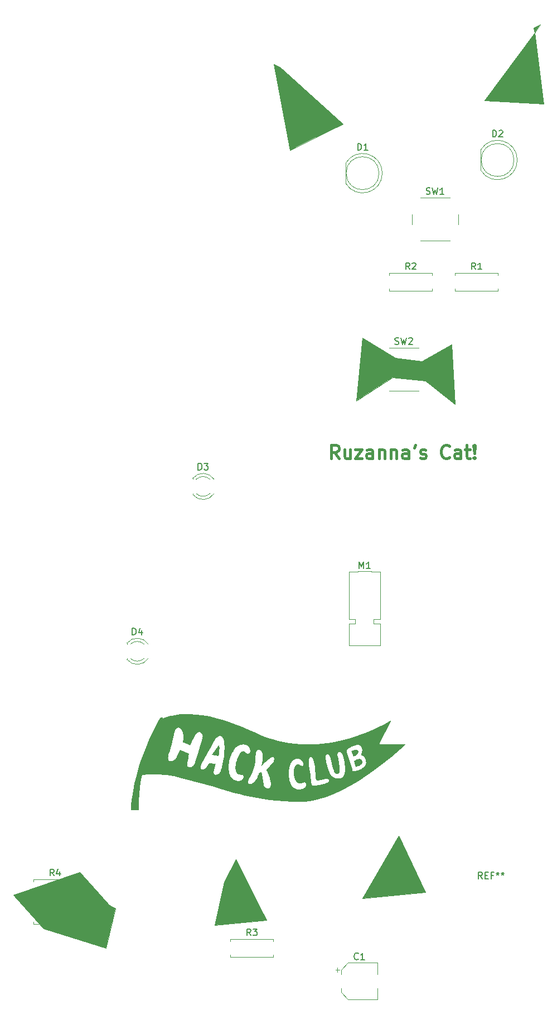
<source format=gbr>
%TF.GenerationSoftware,KiCad,Pcbnew,9.0.2*%
%TF.CreationDate,2025-06-05T12:57:38-04:00*%
%TF.ProjectId,athena workshop,61746865-6e61-4207-976f-726b73686f70,rev?*%
%TF.SameCoordinates,Original*%
%TF.FileFunction,Legend,Top*%
%TF.FilePolarity,Positive*%
%FSLAX46Y46*%
G04 Gerber Fmt 4.6, Leading zero omitted, Abs format (unit mm)*
G04 Created by KiCad (PCBNEW 9.0.2) date 2025-06-05 12:57:38*
%MOMM*%
%LPD*%
G01*
G04 APERTURE LIST*
%ADD10C,0.000000*%
%ADD11C,0.100000*%
%ADD12C,0.400000*%
%ADD13C,0.150000*%
%ADD14C,0.120000*%
G04 APERTURE END LIST*
D10*
G36*
X85000000Y-125000000D02*
G01*
X85013933Y-125000888D01*
X85028296Y-125002409D01*
X85042312Y-125004719D01*
X85055224Y-125007924D01*
X85067063Y-125011984D01*
X85077862Y-125016858D01*
X85087652Y-125022504D01*
X85096465Y-125028883D01*
X85104333Y-125035954D01*
X85111287Y-125043675D01*
X85117361Y-125052007D01*
X85122584Y-125060908D01*
X85126989Y-125070338D01*
X85130608Y-125080256D01*
X85133473Y-125090622D01*
X85135616Y-125101395D01*
X85137067Y-125112533D01*
X85137860Y-125123998D01*
X85138025Y-125135746D01*
X85137595Y-125147739D01*
X85136601Y-125159935D01*
X85135076Y-125172294D01*
X85133051Y-125184775D01*
X85130557Y-125197337D01*
X85124293Y-125222542D01*
X85116537Y-125247584D01*
X85107545Y-125272136D01*
X85097570Y-125295875D01*
X85086867Y-125318474D01*
X84805801Y-125912047D01*
X84519484Y-126543936D01*
X84164484Y-127359835D01*
X83762179Y-128330201D01*
X83549968Y-128864076D01*
X83333949Y-129425490D01*
X83116794Y-130010749D01*
X82901174Y-130616159D01*
X82689763Y-131238029D01*
X82485232Y-131872665D01*
X82298203Y-132514298D01*
X82136309Y-133156020D01*
X81997746Y-133792437D01*
X81880712Y-134418157D01*
X81783403Y-135027787D01*
X81704016Y-135615934D01*
X81591795Y-136706208D01*
X81529624Y-137645835D01*
X81503076Y-138391674D01*
X81499149Y-139129413D01*
X80324537Y-139129413D01*
X80331110Y-138857236D01*
X80368419Y-138332359D01*
X80444836Y-137590430D01*
X80568733Y-136667096D01*
X80651104Y-136148542D01*
X80748484Y-135598005D01*
X80861921Y-135019941D01*
X80992460Y-134418805D01*
X81141149Y-133799053D01*
X81309035Y-133165142D01*
X81497162Y-132521528D01*
X81706580Y-131872665D01*
X82170208Y-130590298D01*
X82662462Y-129365325D01*
X83157867Y-128230899D01*
X83630948Y-127220174D01*
X84056228Y-126366303D01*
X84408233Y-125702440D01*
X84661486Y-125261736D01*
X84790513Y-125077346D01*
X84794352Y-125073317D01*
X84799131Y-125068740D01*
X84805799Y-125062863D01*
X84814342Y-125055992D01*
X84824747Y-125048434D01*
X84830644Y-125044493D01*
X84837001Y-125040495D01*
X84843817Y-125036478D01*
X84851091Y-125032480D01*
X84858820Y-125028541D01*
X84867002Y-125024697D01*
X84875638Y-125020988D01*
X84884723Y-125017451D01*
X84894258Y-125014125D01*
X84904240Y-125011049D01*
X84914668Y-125008260D01*
X84925539Y-125005796D01*
X84936853Y-125003697D01*
X84948608Y-125002000D01*
X84960801Y-125000743D01*
X84973432Y-124999965D01*
X84986499Y-124999705D01*
X85000000Y-125000000D01*
G37*
G36*
X89295301Y-124531700D02*
G01*
X90201282Y-124588918D01*
X91197462Y-124711186D01*
X91729939Y-124799728D01*
X92285640Y-124908148D01*
X92864790Y-125037653D01*
X93467614Y-125189449D01*
X94094336Y-125364739D01*
X94745181Y-125564731D01*
X95420374Y-125790629D01*
X96120140Y-126043638D01*
X96844704Y-126324966D01*
X97594289Y-126635816D01*
X98369122Y-126977395D01*
X99169426Y-127350908D01*
X100047189Y-127743680D01*
X100923979Y-128081916D01*
X101798363Y-128368170D01*
X102668908Y-128604996D01*
X103534182Y-128794948D01*
X104392753Y-128940579D01*
X105243188Y-129044442D01*
X106084055Y-129109093D01*
X106913921Y-129137083D01*
X107731354Y-129130968D01*
X108534922Y-129093300D01*
X109323191Y-129026634D01*
X110094730Y-128933522D01*
X110848106Y-128816520D01*
X111581887Y-128678180D01*
X112294640Y-128521056D01*
X113651333Y-128160672D01*
X114906726Y-127755796D01*
X116049358Y-127326860D01*
X117067771Y-126894291D01*
X117950505Y-126478520D01*
X118686100Y-126099977D01*
X119670036Y-125536290D01*
X119675418Y-125533386D01*
X119680992Y-125531183D01*
X119686729Y-125529650D01*
X119692599Y-125528761D01*
X119698572Y-125528487D01*
X119704619Y-125528799D01*
X119710710Y-125529668D01*
X119716814Y-125531068D01*
X119722904Y-125532969D01*
X119728948Y-125535342D01*
X119734917Y-125538160D01*
X119740782Y-125541395D01*
X119746512Y-125545017D01*
X119752078Y-125548998D01*
X119757450Y-125553310D01*
X119762599Y-125557925D01*
X119767495Y-125562815D01*
X119772107Y-125567950D01*
X119776407Y-125573302D01*
X119780365Y-125578844D01*
X119783950Y-125584547D01*
X119787134Y-125590382D01*
X119789886Y-125596321D01*
X119792177Y-125602336D01*
X119793977Y-125608398D01*
X119795257Y-125614478D01*
X119795986Y-125620550D01*
X119796135Y-125626583D01*
X119795674Y-125632551D01*
X119794574Y-125638423D01*
X119792805Y-125644173D01*
X119790336Y-125649772D01*
X118085171Y-128968948D01*
X118082834Y-128973878D01*
X118080863Y-128978853D01*
X118079250Y-128983861D01*
X118077988Y-128988887D01*
X118077068Y-128993919D01*
X118076484Y-128998944D01*
X118076227Y-129003949D01*
X118076291Y-129008920D01*
X118076666Y-129013846D01*
X118077346Y-129018712D01*
X118078323Y-129023505D01*
X118079589Y-129028213D01*
X118081137Y-129032822D01*
X118082959Y-129037320D01*
X118085046Y-129041693D01*
X118087393Y-129045928D01*
X118089990Y-129050012D01*
X118092831Y-129053932D01*
X118095907Y-129057676D01*
X118099211Y-129061229D01*
X118102736Y-129064579D01*
X118106473Y-129067713D01*
X118110414Y-129070618D01*
X118114554Y-129073281D01*
X118118882Y-129075688D01*
X118123393Y-129077827D01*
X118128078Y-129079684D01*
X118132929Y-129081246D01*
X118137939Y-129082501D01*
X118143101Y-129083436D01*
X118148406Y-129084036D01*
X118153847Y-129084290D01*
X119531473Y-129095685D01*
X120625573Y-129095639D01*
X121875170Y-129085220D01*
X121881812Y-129085370D01*
X121888261Y-129085982D01*
X121894505Y-129087037D01*
X121900534Y-129088514D01*
X121906336Y-129090390D01*
X121911900Y-129092645D01*
X121917214Y-129095259D01*
X121922267Y-129098209D01*
X121927047Y-129101475D01*
X121931544Y-129105036D01*
X121935745Y-129108870D01*
X121939640Y-129112957D01*
X121943216Y-129117276D01*
X121946464Y-129121805D01*
X121949370Y-129126524D01*
X121951925Y-129131410D01*
X121954116Y-129136444D01*
X121955932Y-129141604D01*
X121957362Y-129146870D01*
X121958395Y-129152219D01*
X121959018Y-129157631D01*
X121959221Y-129163085D01*
X121958993Y-129168560D01*
X121958321Y-129174034D01*
X121957195Y-129179487D01*
X121955603Y-129184898D01*
X121953534Y-129190245D01*
X121950976Y-129195507D01*
X121947918Y-129200664D01*
X121944349Y-129205694D01*
X121940258Y-129210576D01*
X121935632Y-129215290D01*
X121186460Y-129900762D01*
X119880069Y-131025151D01*
X118119683Y-132425004D01*
X117101499Y-133177150D01*
X116008524Y-133936867D01*
X114853663Y-134683724D01*
X113649817Y-135397290D01*
X112409889Y-136057131D01*
X111146783Y-136642818D01*
X109873401Y-137133918D01*
X109236889Y-137337614D01*
X108602646Y-137510000D01*
X107972286Y-137648525D01*
X107347422Y-137750633D01*
X106729665Y-137813770D01*
X106120629Y-137835384D01*
X104853684Y-137816850D01*
X103655762Y-137763222D01*
X102521199Y-137677456D01*
X101444331Y-137562511D01*
X100419491Y-137421345D01*
X99441016Y-137256916D01*
X98503240Y-137072182D01*
X97600498Y-136870101D01*
X96727126Y-136653631D01*
X95877458Y-136425730D01*
X94226576Y-135947469D01*
X92602531Y-135458981D01*
X90960006Y-134983931D01*
X90345592Y-134818156D01*
X98103902Y-134818156D01*
X98107744Y-134866088D01*
X98116648Y-134910713D01*
X98130431Y-134951790D01*
X98148907Y-134989082D01*
X98171890Y-135022348D01*
X98199195Y-135051350D01*
X98230637Y-135075848D01*
X98266031Y-135095603D01*
X98305191Y-135110376D01*
X98347933Y-135119927D01*
X98394070Y-135124017D01*
X98443419Y-135122407D01*
X98495793Y-135114858D01*
X98551007Y-135101131D01*
X98608877Y-135080985D01*
X98669217Y-135054182D01*
X98731841Y-135020483D01*
X98796565Y-134979649D01*
X98863203Y-134931439D01*
X98931570Y-134875616D01*
X99001481Y-134811939D01*
X99072750Y-134740169D01*
X99145193Y-134660068D01*
X99218624Y-134571396D01*
X99292858Y-134473913D01*
X99367709Y-134367380D01*
X99404272Y-134311831D01*
X99440955Y-134248012D01*
X99477417Y-134177560D01*
X99513315Y-134102109D01*
X99548307Y-134023296D01*
X99582051Y-133942755D01*
X99644427Y-133783035D01*
X99697706Y-133636032D01*
X99739150Y-133514830D01*
X99775590Y-133402168D01*
X100124097Y-133362945D01*
X100285090Y-134104677D01*
X100410556Y-134735703D01*
X100462431Y-135029883D01*
X100498648Y-135276937D01*
X100508271Y-135328135D01*
X100522861Y-135377721D01*
X100542076Y-135425481D01*
X100565572Y-135471203D01*
X100593006Y-135514673D01*
X100624036Y-135555678D01*
X100658319Y-135594006D01*
X100695511Y-135629442D01*
X100735269Y-135661775D01*
X100777251Y-135690792D01*
X100821114Y-135716278D01*
X100866513Y-135738022D01*
X100913108Y-135755809D01*
X100960553Y-135769428D01*
X101008507Y-135778665D01*
X101056626Y-135783306D01*
X101104568Y-135783140D01*
X101151989Y-135777952D01*
X101198546Y-135767531D01*
X101243897Y-135751662D01*
X101287698Y-135730133D01*
X101329606Y-135702731D01*
X101369278Y-135669242D01*
X101406372Y-135629454D01*
X101440544Y-135583154D01*
X101471451Y-135530128D01*
X101498750Y-135470164D01*
X101522098Y-135403048D01*
X101541153Y-135328568D01*
X101555571Y-135246510D01*
X101565009Y-135156662D01*
X101569124Y-135058810D01*
X101551515Y-134912902D01*
X101524788Y-134754639D01*
X101488711Y-134583961D01*
X101443054Y-134400811D01*
X101387585Y-134205130D01*
X101322075Y-133996859D01*
X101246291Y-133775940D01*
X101160002Y-133542313D01*
X101136469Y-133478517D01*
X104295165Y-133478517D01*
X104297020Y-133668351D01*
X104303540Y-133811157D01*
X104313482Y-133950040D01*
X104326822Y-134084926D01*
X104343535Y-134215739D01*
X104363596Y-134342406D01*
X104386981Y-134464853D01*
X104413664Y-134583003D01*
X104443621Y-134696784D01*
X104476827Y-134806120D01*
X104513256Y-134910937D01*
X104552884Y-135011161D01*
X104595687Y-135106717D01*
X104641639Y-135197530D01*
X104690715Y-135283526D01*
X104742891Y-135364630D01*
X104798141Y-135440768D01*
X104856441Y-135511866D01*
X104917766Y-135577848D01*
X104982092Y-135638641D01*
X105049392Y-135694170D01*
X105119643Y-135744360D01*
X105192819Y-135789137D01*
X105268896Y-135828426D01*
X105347849Y-135862153D01*
X105429652Y-135890243D01*
X105514282Y-135912622D01*
X105601712Y-135929216D01*
X105691919Y-135939949D01*
X105784877Y-135944747D01*
X105880562Y-135943536D01*
X105978949Y-135936241D01*
X106080012Y-135922788D01*
X106178498Y-135904474D01*
X106269354Y-135882828D01*
X106352855Y-135858103D01*
X106429276Y-135830550D01*
X106498894Y-135800420D01*
X106561983Y-135767965D01*
X106618821Y-135733435D01*
X106669683Y-135697084D01*
X106714844Y-135659162D01*
X106754580Y-135619920D01*
X106789167Y-135579611D01*
X106818881Y-135538485D01*
X106843997Y-135496794D01*
X106864791Y-135454791D01*
X106881539Y-135412725D01*
X106894516Y-135370849D01*
X106903999Y-135329414D01*
X106910263Y-135288671D01*
X106913584Y-135248873D01*
X106914237Y-135210271D01*
X106912499Y-135173115D01*
X106908645Y-135137658D01*
X106902950Y-135104151D01*
X106895691Y-135072846D01*
X106887143Y-135043994D01*
X106877582Y-135017846D01*
X106867284Y-134994655D01*
X106856525Y-134974671D01*
X106845580Y-134958146D01*
X106834724Y-134945332D01*
X106824235Y-134936479D01*
X106814386Y-134931840D01*
X106799883Y-134927168D01*
X106786079Y-134921303D01*
X106757706Y-134907947D01*
X106741709Y-134901429D01*
X106723551Y-134895669D01*
X106702518Y-134891152D01*
X106677895Y-134888367D01*
X106648967Y-134887800D01*
X106615019Y-134889939D01*
X106575337Y-134895271D01*
X106529205Y-134904283D01*
X106475910Y-134917462D01*
X106414736Y-134935295D01*
X106344968Y-134958271D01*
X106265892Y-134986875D01*
X106224215Y-135001585D01*
X106183178Y-135014133D01*
X106142769Y-135024497D01*
X106102979Y-135032654D01*
X106063796Y-135038582D01*
X106025212Y-135042257D01*
X105987216Y-135043658D01*
X105949797Y-135042762D01*
X105912945Y-135039545D01*
X105876650Y-135033987D01*
X105840902Y-135026063D01*
X105805691Y-135015751D01*
X105771006Y-135003029D01*
X105736837Y-134987874D01*
X105703173Y-134970263D01*
X105670005Y-134950174D01*
X105637323Y-134927585D01*
X105605116Y-134902472D01*
X105573373Y-134874813D01*
X105542085Y-134844585D01*
X105511241Y-134811767D01*
X105480832Y-134776334D01*
X105450846Y-134738265D01*
X105421274Y-134697537D01*
X105392106Y-134654128D01*
X105363330Y-134608014D01*
X105306917Y-134507583D01*
X105251954Y-134396064D01*
X105198359Y-134273275D01*
X105164472Y-134181412D01*
X105133103Y-134080528D01*
X105104769Y-133971845D01*
X105079987Y-133856587D01*
X105059273Y-133735976D01*
X105043144Y-133611234D01*
X105032116Y-133483585D01*
X105026706Y-133354250D01*
X105027431Y-133224454D01*
X105034807Y-133095417D01*
X105049350Y-132968364D01*
X105071577Y-132844517D01*
X105102005Y-132725098D01*
X105141151Y-132611330D01*
X105164154Y-132556947D01*
X105189530Y-132504436D01*
X105217344Y-132453948D01*
X105247660Y-132405638D01*
X105257080Y-132391988D01*
X105266462Y-132378954D01*
X105275799Y-132366516D01*
X105285084Y-132354657D01*
X105294310Y-132343360D01*
X105303470Y-132332605D01*
X105321559Y-132312655D01*
X105339293Y-132294663D01*
X105356614Y-132278486D01*
X105373462Y-132263981D01*
X105389779Y-132251005D01*
X105405507Y-132239413D01*
X105420586Y-132229064D01*
X105434958Y-132219814D01*
X105448565Y-132211519D01*
X105494157Y-132185031D01*
X105513038Y-132174218D01*
X105531915Y-132164762D01*
X105550758Y-132156602D01*
X105569533Y-132149678D01*
X105588209Y-132143930D01*
X105606753Y-132139297D01*
X105625133Y-132135719D01*
X105643317Y-132133135D01*
X105661272Y-132131485D01*
X105678967Y-132130708D01*
X105696368Y-132130745D01*
X105713445Y-132131534D01*
X105730164Y-132133016D01*
X105746494Y-132135129D01*
X105762402Y-132137814D01*
X105777855Y-132141009D01*
X105792823Y-132144655D01*
X105807272Y-132148691D01*
X105834486Y-132157692D01*
X105859239Y-132167528D01*
X105881274Y-132177716D01*
X105900333Y-132187772D01*
X105916158Y-132197213D01*
X105928492Y-132205555D01*
X105937075Y-132212316D01*
X105988629Y-132248095D01*
X106037551Y-132278998D01*
X106083867Y-132305190D01*
X106127603Y-132326840D01*
X106168784Y-132344113D01*
X106207437Y-132357177D01*
X106243588Y-132366198D01*
X106277262Y-132371344D01*
X106308486Y-132372781D01*
X106337285Y-132370676D01*
X106363685Y-132365196D01*
X106387713Y-132356508D01*
X106409394Y-132344778D01*
X106428753Y-132330174D01*
X106445818Y-132312863D01*
X106460614Y-132293010D01*
X106473167Y-132270784D01*
X106483503Y-132246351D01*
X106491647Y-132219877D01*
X106497626Y-132191530D01*
X106501465Y-132161477D01*
X106503191Y-132129884D01*
X106502830Y-132096919D01*
X106500407Y-132062747D01*
X106495948Y-132027537D01*
X106489479Y-131991454D01*
X106481026Y-131954666D01*
X106470616Y-131917340D01*
X106458273Y-131879642D01*
X106444025Y-131841739D01*
X106427896Y-131803798D01*
X106409913Y-131765987D01*
X106367464Y-131708367D01*
X106324058Y-131654107D01*
X106285214Y-131609564D01*
X107311254Y-131609564D01*
X107314392Y-131723877D01*
X107321486Y-131846377D01*
X107345778Y-132112108D01*
X107380599Y-132399099D01*
X107422419Y-132699693D01*
X107512932Y-133311054D01*
X107554562Y-133606506D01*
X107589067Y-133884928D01*
X107670850Y-134657322D01*
X107686881Y-134794076D01*
X107704618Y-134925782D01*
X107725799Y-135061186D01*
X107752159Y-135209034D01*
X107765398Y-135245254D01*
X107789850Y-135275639D01*
X107824761Y-135300490D01*
X107869379Y-135320109D01*
X107922950Y-135334797D01*
X107984722Y-135344855D01*
X108053942Y-135350584D01*
X108129856Y-135352286D01*
X108298754Y-135344814D01*
X108485395Y-135324850D01*
X108683752Y-135294803D01*
X108887803Y-135257084D01*
X109288887Y-135168274D01*
X109640452Y-135077705D01*
X109894305Y-135004661D01*
X110002253Y-134968427D01*
X110013866Y-134962723D01*
X110029465Y-134956803D01*
X110070578Y-134942907D01*
X110095071Y-134934224D01*
X110121508Y-134923915D01*
X110149379Y-134911627D01*
X110178173Y-134897006D01*
X110207380Y-134879699D01*
X110221979Y-134869929D01*
X110236490Y-134859355D01*
X110250849Y-134847933D01*
X110264992Y-134835619D01*
X110278856Y-134822369D01*
X110292376Y-134808139D01*
X110305489Y-134792884D01*
X110318132Y-134776561D01*
X110330239Y-134759126D01*
X110341749Y-134740534D01*
X110352596Y-134720742D01*
X110362717Y-134699704D01*
X110372048Y-134677378D01*
X110380526Y-134653718D01*
X110388787Y-134630279D01*
X110393830Y-134607684D01*
X110395798Y-134585943D01*
X110394836Y-134565065D01*
X110391088Y-134545062D01*
X110384698Y-134525943D01*
X110375810Y-134507718D01*
X110364570Y-134490398D01*
X110351121Y-134473993D01*
X110335607Y-134458512D01*
X110318174Y-134443966D01*
X110298964Y-134430366D01*
X110278123Y-134417721D01*
X110255795Y-134406042D01*
X110207255Y-134385620D01*
X110154499Y-134369182D01*
X110098681Y-134356809D01*
X110040955Y-134348583D01*
X109982477Y-134344585D01*
X109924400Y-134344896D01*
X109867880Y-134349597D01*
X109814072Y-134358769D01*
X109764128Y-134372494D01*
X109639701Y-134409505D01*
X109468669Y-134452601D01*
X109268568Y-134496048D01*
X109163096Y-134516112D01*
X109056932Y-134534114D01*
X108952269Y-134549337D01*
X108851298Y-134561066D01*
X108756212Y-134568583D01*
X108669201Y-134571171D01*
X108592459Y-134568115D01*
X108558623Y-134564247D01*
X108528177Y-134558698D01*
X108501393Y-134551380D01*
X108478546Y-134542202D01*
X108459911Y-134531076D01*
X108445760Y-134517912D01*
X108424258Y-134472632D01*
X108406510Y-134395865D01*
X108391751Y-134290946D01*
X108379217Y-134161210D01*
X108336016Y-133460772D01*
X108307865Y-133048338D01*
X108267187Y-132629992D01*
X108240237Y-132426937D01*
X108207860Y-132232407D01*
X108169290Y-132049736D01*
X108123762Y-131882259D01*
X108114164Y-131825799D01*
X108104080Y-131771578D01*
X108093528Y-131719563D01*
X108082528Y-131669725D01*
X108071097Y-131622032D01*
X108059256Y-131576455D01*
X108047023Y-131532962D01*
X108034418Y-131491522D01*
X108021458Y-131452106D01*
X108008163Y-131414682D01*
X107994552Y-131379219D01*
X107980643Y-131345688D01*
X107966457Y-131314057D01*
X107952011Y-131284296D01*
X107937325Y-131256373D01*
X107922417Y-131230259D01*
X107907307Y-131205922D01*
X107892013Y-131183332D01*
X107876554Y-131162459D01*
X107860950Y-131143271D01*
X107845218Y-131125738D01*
X107829379Y-131109829D01*
X107813451Y-131095513D01*
X107797453Y-131082760D01*
X107781403Y-131071540D01*
X107765322Y-131061821D01*
X107749227Y-131053572D01*
X107733138Y-131046764D01*
X107717073Y-131041365D01*
X107701052Y-131037345D01*
X107685094Y-131034673D01*
X107669216Y-131033318D01*
X107669216Y-131033320D01*
X107651345Y-131033338D01*
X107633629Y-131034964D01*
X107616097Y-131038153D01*
X107598776Y-131042860D01*
X107581694Y-131049040D01*
X107564877Y-131056649D01*
X107548355Y-131065642D01*
X107532154Y-131075974D01*
X107516302Y-131087602D01*
X107500826Y-131100479D01*
X107471112Y-131129804D01*
X107443235Y-131163593D01*
X107417412Y-131201489D01*
X107393866Y-131243132D01*
X107372815Y-131288167D01*
X107354481Y-131336235D01*
X107339082Y-131386979D01*
X107326840Y-131440042D01*
X107317975Y-131495065D01*
X107312706Y-131551692D01*
X107311254Y-131609564D01*
X106285214Y-131609564D01*
X106279707Y-131603249D01*
X106234423Y-131555837D01*
X106188217Y-131511913D01*
X106141102Y-131471520D01*
X106093089Y-131434702D01*
X106044190Y-131401501D01*
X105994417Y-131371961D01*
X105943782Y-131346125D01*
X105892296Y-131324035D01*
X105839971Y-131305734D01*
X105786819Y-131291266D01*
X105732853Y-131280674D01*
X105678082Y-131274000D01*
X105622521Y-131271289D01*
X105578767Y-131271947D01*
X105534549Y-131275049D01*
X105489870Y-131280615D01*
X105444738Y-131288666D01*
X105399156Y-131299221D01*
X105353132Y-131312300D01*
X105306669Y-131327923D01*
X105259774Y-131346110D01*
X105212452Y-131366881D01*
X105164708Y-131390256D01*
X105116549Y-131416255D01*
X105067978Y-131444898D01*
X105019003Y-131476205D01*
X104969627Y-131510195D01*
X104919857Y-131546890D01*
X104869699Y-131586308D01*
X104802447Y-131658338D01*
X104738565Y-131737900D01*
X104678229Y-131825039D01*
X104621616Y-131919803D01*
X104568903Y-132022236D01*
X104520266Y-132132384D01*
X104475883Y-132250295D01*
X104435931Y-132376013D01*
X104400585Y-132509585D01*
X104370024Y-132651056D01*
X104344423Y-132800473D01*
X104323960Y-132957882D01*
X104308811Y-133123328D01*
X104299154Y-133296858D01*
X104295165Y-133478517D01*
X101136469Y-133478517D01*
X101132636Y-133468127D01*
X101101329Y-133390803D01*
X101060851Y-133300353D01*
X101037778Y-133253416D01*
X101013137Y-133207049D01*
X100987170Y-133162537D01*
X100960119Y-133121163D01*
X100932227Y-133084212D01*
X100918040Y-133067796D01*
X100903733Y-133052967D01*
X100889337Y-133039886D01*
X100874881Y-133028713D01*
X100860396Y-133019608D01*
X100845913Y-133012733D01*
X101018626Y-132836006D01*
X101197859Y-132645948D01*
X101406424Y-132415514D01*
X101619882Y-132165272D01*
X101720809Y-132039149D01*
X101813793Y-131915786D01*
X101895782Y-131797754D01*
X101963719Y-131687624D01*
X102014549Y-131587967D01*
X102032595Y-131542868D01*
X102045219Y-131501352D01*
X102062009Y-131420164D01*
X102071053Y-131343446D01*
X102071841Y-131272510D01*
X102068980Y-131239620D01*
X102063864Y-131208667D01*
X102056429Y-131179815D01*
X102046612Y-131153228D01*
X102034348Y-131129071D01*
X102019574Y-131107506D01*
X102002227Y-131088697D01*
X101982243Y-131072810D01*
X101959557Y-131060007D01*
X101934107Y-131050453D01*
X101905829Y-131044311D01*
X101874658Y-131041745D01*
X101840531Y-131042920D01*
X101803385Y-131047999D01*
X101763156Y-131057146D01*
X101719780Y-131070524D01*
X101673193Y-131088299D01*
X101623332Y-131110634D01*
X101570132Y-131137693D01*
X101513531Y-131169639D01*
X101453465Y-131206637D01*
X101389869Y-131248850D01*
X101322681Y-131296443D01*
X101251836Y-131349579D01*
X101177270Y-131408422D01*
X101098921Y-131473137D01*
X101020862Y-131539419D01*
X100947117Y-131602873D01*
X100877564Y-131663544D01*
X100812085Y-131721482D01*
X100750557Y-131776733D01*
X100692861Y-131829345D01*
X100638877Y-131879366D01*
X100588484Y-131926843D01*
X100541561Y-131971823D01*
X100497989Y-132014355D01*
X100457647Y-132054485D01*
X100420415Y-132092261D01*
X100386173Y-132127732D01*
X100354799Y-132160943D01*
X100326174Y-132191944D01*
X100300177Y-132220781D01*
X100255588Y-132272155D01*
X100220067Y-132315444D01*
X100192653Y-132351030D01*
X100172382Y-132379294D01*
X100158291Y-132400614D01*
X100149419Y-132415372D01*
X100143476Y-132426722D01*
X100174966Y-132273676D01*
X100206813Y-132102256D01*
X100242718Y-131885249D01*
X100277670Y-131635912D01*
X100306660Y-131367505D01*
X100317354Y-131230293D01*
X100324680Y-131093284D01*
X100326788Y-131007723D01*
X109851475Y-131007723D01*
X109851729Y-131045878D01*
X109854665Y-131085098D01*
X109875864Y-131243745D01*
X109906407Y-131409586D01*
X109948511Y-131594114D01*
X110004391Y-131808818D01*
X110166341Y-132374724D01*
X110409980Y-133199233D01*
X110449812Y-133312453D01*
X110493669Y-133417659D01*
X110541231Y-133515136D01*
X110592177Y-133605167D01*
X110646188Y-133688036D01*
X110702943Y-133764027D01*
X110762122Y-133833425D01*
X110823406Y-133896512D01*
X110886474Y-133953574D01*
X110951006Y-134004893D01*
X111016683Y-134050754D01*
X111083183Y-134091440D01*
X111150187Y-134127236D01*
X111217375Y-134158426D01*
X111284426Y-134185292D01*
X111351021Y-134208120D01*
X111416840Y-134227193D01*
X111481562Y-134242795D01*
X111606437Y-134264722D01*
X111723084Y-134276171D01*
X111828943Y-134279415D01*
X111921453Y-134276725D01*
X111998055Y-134270371D01*
X112093287Y-134255758D01*
X112141623Y-134242823D01*
X112187562Y-134227699D01*
X112231179Y-134210477D01*
X112272552Y-134191247D01*
X112311757Y-134170101D01*
X112348870Y-134147128D01*
X112383968Y-134122421D01*
X112417127Y-134096070D01*
X112448423Y-134068166D01*
X112477933Y-134038800D01*
X112505733Y-134008063D01*
X112531900Y-133976046D01*
X112579638Y-133908533D01*
X112621759Y-133836991D01*
X112658874Y-133762145D01*
X112691593Y-133684723D01*
X112720529Y-133605453D01*
X112746291Y-133525062D01*
X112790741Y-133363825D01*
X112829831Y-133206830D01*
X112846135Y-133117726D01*
X112855450Y-133012237D01*
X112858255Y-132892172D01*
X112855030Y-132759341D01*
X112846253Y-132615553D01*
X112832404Y-132462617D01*
X112791407Y-132136539D01*
X112735874Y-131795585D01*
X112669638Y-131454229D01*
X112596533Y-131126947D01*
X112520394Y-130828215D01*
X112493614Y-130759556D01*
X112464950Y-130694787D01*
X112434593Y-130633985D01*
X112402733Y-130577226D01*
X112369560Y-130524588D01*
X112352540Y-130499837D01*
X112335262Y-130476146D01*
X112317751Y-130453523D01*
X112300030Y-130431978D01*
X112282124Y-130411520D01*
X112264054Y-130392160D01*
X112245846Y-130373906D01*
X112227523Y-130356769D01*
X112209109Y-130340757D01*
X112190627Y-130325881D01*
X112172102Y-130312149D01*
X112153556Y-130299573D01*
X112135014Y-130288160D01*
X112116500Y-130277921D01*
X112098036Y-130268866D01*
X112079647Y-130261003D01*
X112061356Y-130254343D01*
X112043188Y-130248895D01*
X112025166Y-130244668D01*
X112007313Y-130241673D01*
X111989653Y-130239918D01*
X111972211Y-130239414D01*
X111945565Y-130241137D01*
X111919592Y-130245945D01*
X111894380Y-130253874D01*
X111870019Y-130264959D01*
X111846597Y-130279237D01*
X111824203Y-130296742D01*
X111802927Y-130317512D01*
X111782858Y-130341580D01*
X111764083Y-130368985D01*
X111746694Y-130399761D01*
X111730777Y-130433943D01*
X111716424Y-130471569D01*
X111703721Y-130512674D01*
X111692759Y-130557293D01*
X111683627Y-130605462D01*
X111676413Y-130657218D01*
X111676676Y-130694417D01*
X111679224Y-130733308D01*
X111683883Y-130773905D01*
X111690481Y-130816224D01*
X111708803Y-130906088D01*
X111732805Y-131003019D01*
X111792318Y-131218568D01*
X111825062Y-131337426D01*
X111857953Y-131463835D01*
X111904108Y-131742666D01*
X111947952Y-132029798D01*
X111985248Y-132316788D01*
X112000116Y-132457591D01*
X112011759Y-132595193D01*
X112019647Y-132728537D01*
X112023250Y-132856569D01*
X112022039Y-132978234D01*
X112015484Y-133092475D01*
X112003055Y-133198237D01*
X111984224Y-133294466D01*
X111958461Y-133380106D01*
X111942814Y-133418625D01*
X111925235Y-133454101D01*
X111908971Y-133475693D01*
X111891673Y-133495621D01*
X111873407Y-133513898D01*
X111854242Y-133530538D01*
X111834246Y-133545554D01*
X111813488Y-133558959D01*
X111792034Y-133570767D01*
X111769952Y-133580990D01*
X111747312Y-133589642D01*
X111724180Y-133596736D01*
X111700625Y-133602286D01*
X111676715Y-133606305D01*
X111652517Y-133608806D01*
X111628100Y-133609802D01*
X111603531Y-133609307D01*
X111578879Y-133607333D01*
X111554211Y-133603895D01*
X111529596Y-133599006D01*
X111505101Y-133592678D01*
X111480794Y-133584925D01*
X111456743Y-133575761D01*
X111433017Y-133565198D01*
X111409683Y-133553250D01*
X111386809Y-133539930D01*
X111364463Y-133525252D01*
X111342713Y-133509228D01*
X111321627Y-133491872D01*
X111301273Y-133473198D01*
X111281719Y-133453218D01*
X111263032Y-133431946D01*
X111245282Y-133409395D01*
X111228535Y-133385578D01*
X111170413Y-133254937D01*
X111114337Y-133106519D01*
X111060220Y-132943351D01*
X111007973Y-132768461D01*
X110908742Y-132395624D01*
X110815945Y-132012224D01*
X110728881Y-131642480D01*
X110646850Y-131310609D01*
X110607504Y-131166445D01*
X110569153Y-131040830D01*
X110531711Y-130936793D01*
X110495090Y-130857360D01*
X110470733Y-130816787D01*
X110445456Y-130780296D01*
X110419379Y-130747787D01*
X110392621Y-130719159D01*
X110365304Y-130694311D01*
X110337547Y-130673144D01*
X110309470Y-130655557D01*
X110281193Y-130641448D01*
X110252836Y-130630718D01*
X110224519Y-130623266D01*
X110196363Y-130618991D01*
X110168487Y-130617793D01*
X110141011Y-130619571D01*
X110114055Y-130624225D01*
X110087740Y-130631654D01*
X110062185Y-130641757D01*
X110037511Y-130654435D01*
X110013837Y-130669586D01*
X109991283Y-130687110D01*
X109969970Y-130706906D01*
X109950018Y-130728874D01*
X109931546Y-130752913D01*
X109914675Y-130778923D01*
X109899524Y-130806803D01*
X109886214Y-130836452D01*
X109874864Y-130867770D01*
X109865596Y-130900657D01*
X109858528Y-130935012D01*
X109853781Y-130970734D01*
X109851475Y-131007723D01*
X100326788Y-131007723D01*
X100328010Y-130958138D01*
X100326719Y-130826509D01*
X100330287Y-130779768D01*
X100331461Y-130733634D01*
X100330331Y-130688166D01*
X100326985Y-130643423D01*
X100321512Y-130599462D01*
X100314002Y-130556343D01*
X100304543Y-130514123D01*
X100293224Y-130472862D01*
X100280135Y-130432617D01*
X100265363Y-130393447D01*
X100248998Y-130355411D01*
X100231129Y-130318566D01*
X100211845Y-130282971D01*
X100191235Y-130248686D01*
X100169387Y-130215767D01*
X100146391Y-130184274D01*
X100122335Y-130154264D01*
X100097308Y-130125797D01*
X100071400Y-130098931D01*
X100056546Y-130084907D01*
X113105606Y-130084907D01*
X113105944Y-130101141D01*
X113108578Y-130133077D01*
X113113128Y-130164366D01*
X113118765Y-130195079D01*
X113129969Y-130255072D01*
X113536569Y-131585945D01*
X113818267Y-132547081D01*
X113912637Y-132896691D01*
X113939943Y-133013147D01*
X113950849Y-133080946D01*
X113953216Y-133091114D01*
X113957433Y-133100635D01*
X113963435Y-133109513D01*
X113971160Y-133117753D01*
X113980545Y-133125356D01*
X113991525Y-133132327D01*
X114018018Y-133144385D01*
X114050132Y-133153958D01*
X114087361Y-133161072D01*
X114129195Y-133165757D01*
X114175129Y-133168040D01*
X114224654Y-133167950D01*
X114277263Y-133165516D01*
X114332448Y-133160766D01*
X114389702Y-133153728D01*
X114448518Y-133144431D01*
X114508387Y-133132903D01*
X114568802Y-133119174D01*
X114629257Y-133103270D01*
X114803058Y-133041488D01*
X114966295Y-132975366D01*
X115118744Y-132905142D01*
X115190854Y-132868566D01*
X115260185Y-132831055D01*
X115326707Y-132792638D01*
X115390394Y-132753346D01*
X115451218Y-132713207D01*
X115509151Y-132672252D01*
X115564165Y-132630511D01*
X115616233Y-132588014D01*
X115665327Y-132544791D01*
X115711419Y-132500871D01*
X115754482Y-132456285D01*
X115794487Y-132411062D01*
X115831407Y-132365232D01*
X115865214Y-132318826D01*
X115895881Y-132271873D01*
X115923379Y-132224402D01*
X115947682Y-132176445D01*
X115968761Y-132128031D01*
X115986588Y-132079190D01*
X116001136Y-132029951D01*
X116012377Y-131980345D01*
X116020284Y-131930401D01*
X116024828Y-131880150D01*
X116025982Y-131829621D01*
X116023718Y-131778845D01*
X116018009Y-131727850D01*
X116000505Y-131627233D01*
X115977872Y-131529991D01*
X115964684Y-131482749D01*
X115950276Y-131436485D01*
X115934669Y-131391245D01*
X115917884Y-131347074D01*
X115899942Y-131304016D01*
X115880864Y-131262117D01*
X115860671Y-131221422D01*
X115839383Y-131181976D01*
X115817022Y-131143823D01*
X115793609Y-131107008D01*
X115769164Y-131071577D01*
X115743709Y-131037575D01*
X115717264Y-131005046D01*
X115689850Y-130974035D01*
X115661488Y-130944588D01*
X115632199Y-130916749D01*
X115602004Y-130890563D01*
X115570924Y-130866076D01*
X115538980Y-130843332D01*
X115506192Y-130822376D01*
X115472583Y-130803253D01*
X115438171Y-130786009D01*
X115402979Y-130770687D01*
X115367028Y-130757334D01*
X115330337Y-130745993D01*
X115292929Y-130736711D01*
X115254824Y-130729532D01*
X115216043Y-130724500D01*
X115236818Y-130680837D01*
X115259698Y-130629650D01*
X115288160Y-130561906D01*
X115320145Y-130479866D01*
X115353595Y-130385791D01*
X115386450Y-130281943D01*
X115402011Y-130227059D01*
X115416652Y-130170580D01*
X115422110Y-130137538D01*
X115426297Y-130104222D01*
X115429239Y-130070690D01*
X115430960Y-130036999D01*
X115431485Y-130003208D01*
X115430839Y-129969374D01*
X115429046Y-129935555D01*
X115426132Y-129901810D01*
X115417039Y-129834768D01*
X115403759Y-129768711D01*
X115386490Y-129704103D01*
X115365432Y-129641406D01*
X115340783Y-129581082D01*
X115312743Y-129523593D01*
X115281510Y-129469404D01*
X115264759Y-129443690D01*
X115247284Y-129418975D01*
X115229111Y-129395316D01*
X115210263Y-129372770D01*
X115190767Y-129351397D01*
X115170647Y-129331252D01*
X115149927Y-129312395D01*
X115128634Y-129294883D01*
X115106790Y-129278773D01*
X115084423Y-129264125D01*
X115065016Y-129257363D01*
X115045439Y-129251033D01*
X115025689Y-129245136D01*
X115005765Y-129239669D01*
X114985667Y-129234633D01*
X114965392Y-129230027D01*
X114924309Y-129222105D01*
X114882504Y-129215899D01*
X114839968Y-129211405D01*
X114796691Y-129208619D01*
X114752661Y-129207539D01*
X114685181Y-129209109D01*
X114615945Y-129214507D01*
X114544915Y-129223722D01*
X114472054Y-129236744D01*
X114397325Y-129253563D01*
X114320689Y-129274171D01*
X114242110Y-129298556D01*
X114161550Y-129326710D01*
X114078972Y-129358622D01*
X113994338Y-129394283D01*
X113907611Y-129433683D01*
X113818754Y-129476812D01*
X113727728Y-129523660D01*
X113634497Y-129574219D01*
X113539023Y-129628476D01*
X113441269Y-129686424D01*
X113403172Y-129708526D01*
X113367945Y-129730257D01*
X113335483Y-129751627D01*
X113305683Y-129772646D01*
X113278440Y-129793322D01*
X113253652Y-129813665D01*
X113231213Y-129833682D01*
X113211020Y-129853384D01*
X113192969Y-129872780D01*
X113176956Y-129891878D01*
X113162878Y-129910687D01*
X113150629Y-129929218D01*
X113140107Y-129947477D01*
X113131207Y-129965476D01*
X113123826Y-129983222D01*
X113117859Y-130000725D01*
X113113203Y-130017994D01*
X113109753Y-130035037D01*
X113107407Y-130051865D01*
X113106059Y-130068485D01*
X113105606Y-130084907D01*
X100056546Y-130084907D01*
X100044699Y-130073723D01*
X100017295Y-130050234D01*
X99989275Y-130028520D01*
X99960729Y-130008641D01*
X99931746Y-129990654D01*
X99902415Y-129974619D01*
X99872825Y-129960593D01*
X99843065Y-129948636D01*
X99813223Y-129938805D01*
X99783389Y-129931158D01*
X99753651Y-129925756D01*
X99724098Y-129922654D01*
X99694820Y-129921913D01*
X99694820Y-129921915D01*
X99668517Y-129923340D01*
X99642581Y-129926810D01*
X99617080Y-129932367D01*
X99592080Y-129940057D01*
X99567647Y-129949922D01*
X99543849Y-129962006D01*
X99532209Y-129968894D01*
X99520753Y-129976352D01*
X99509488Y-129984387D01*
X99498424Y-129993004D01*
X99487569Y-130002209D01*
X99476931Y-130012006D01*
X99466518Y-130022401D01*
X99456339Y-130033400D01*
X99446402Y-130045008D01*
X99436715Y-130057231D01*
X99418127Y-130083542D01*
X99400641Y-130112376D01*
X99384323Y-130143778D01*
X99369241Y-130177789D01*
X99355461Y-130214455D01*
X99313437Y-130363142D01*
X99282793Y-130513736D01*
X99261255Y-130667160D01*
X99246547Y-130824334D01*
X99210508Y-131508983D01*
X99195819Y-131698742D01*
X99174309Y-131897784D01*
X99143702Y-132107031D01*
X99101722Y-132327405D01*
X99046093Y-132559827D01*
X98974541Y-132805220D01*
X98884791Y-133064506D01*
X98774566Y-133338605D01*
X98743175Y-133410810D01*
X98707352Y-133488894D01*
X98625672Y-133657525D01*
X98536058Y-133834140D01*
X98445040Y-134008383D01*
X98197548Y-134474505D01*
X98167122Y-134537258D01*
X98142870Y-134598138D01*
X98124607Y-134656908D01*
X98112148Y-134713327D01*
X98105308Y-134767156D01*
X98103902Y-134818156D01*
X90345592Y-134818156D01*
X89419514Y-134568292D01*
X88058571Y-134228524D01*
X87435022Y-134087262D01*
X86843871Y-133965173D01*
X86280956Y-133862327D01*
X85742112Y-133778791D01*
X85223178Y-133714634D01*
X84719989Y-133669925D01*
X84228383Y-133644733D01*
X83744198Y-133639126D01*
X83263269Y-133653173D01*
X82781434Y-133686943D01*
X82294530Y-133740503D01*
X81798395Y-133813924D01*
X81793007Y-133814641D01*
X81787683Y-133814998D01*
X81782431Y-133815008D01*
X81777263Y-133814680D01*
X81772188Y-133814025D01*
X81767216Y-133813056D01*
X81762359Y-133811783D01*
X81757625Y-133810217D01*
X81753026Y-133808369D01*
X81748572Y-133806251D01*
X81744272Y-133803873D01*
X81740137Y-133801246D01*
X81736178Y-133798382D01*
X81732404Y-133795292D01*
X81728825Y-133791987D01*
X81725453Y-133788477D01*
X81722297Y-133784775D01*
X81719367Y-133780890D01*
X81716674Y-133776835D01*
X81714228Y-133772620D01*
X81712039Y-133768257D01*
X81710117Y-133763755D01*
X81708473Y-133759128D01*
X81707117Y-133754385D01*
X81706059Y-133749538D01*
X81705309Y-133744597D01*
X81704878Y-133739575D01*
X81704775Y-133734482D01*
X81705012Y-133729328D01*
X81705597Y-133724126D01*
X81706543Y-133718887D01*
X81707858Y-133713620D01*
X82437608Y-131150982D01*
X85959326Y-131150982D01*
X85963670Y-131250926D01*
X85976946Y-131339297D01*
X85998521Y-131416445D01*
X86027760Y-131482724D01*
X86064027Y-131538486D01*
X86106688Y-131584082D01*
X86155109Y-131619866D01*
X86208653Y-131646188D01*
X86266686Y-131663402D01*
X86328573Y-131671859D01*
X86393680Y-131671912D01*
X86461371Y-131663913D01*
X86531012Y-131648214D01*
X86601968Y-131625168D01*
X86673603Y-131595126D01*
X86745284Y-131558440D01*
X86816374Y-131515463D01*
X86886239Y-131466548D01*
X86954245Y-131412045D01*
X87019756Y-131352308D01*
X87082138Y-131287688D01*
X87140755Y-131218539D01*
X87194973Y-131145211D01*
X87244157Y-131068057D01*
X87287672Y-130987430D01*
X87476711Y-130625242D01*
X87643137Y-130300757D01*
X87806709Y-129977414D01*
X89161511Y-130496762D01*
X89093028Y-130869041D01*
X89022422Y-131232650D01*
X88940904Y-131624135D01*
X88905807Y-131743932D01*
X88880004Y-131855161D01*
X88863025Y-131957945D01*
X88854402Y-132052404D01*
X88853664Y-132138661D01*
X88860342Y-132216836D01*
X88873967Y-132287052D01*
X88894070Y-132349429D01*
X88920180Y-132404091D01*
X88951828Y-132451157D01*
X88988546Y-132490750D01*
X89029863Y-132522991D01*
X89075310Y-132548001D01*
X89124417Y-132565903D01*
X89176716Y-132576818D01*
X89231736Y-132580867D01*
X89289009Y-132578172D01*
X89348064Y-132568854D01*
X89359370Y-132565891D01*
X90881239Y-132565891D01*
X90881489Y-132622384D01*
X90887310Y-132675803D01*
X90898497Y-132725729D01*
X90914849Y-132771739D01*
X90936161Y-132813414D01*
X90962233Y-132850333D01*
X90992859Y-132882074D01*
X91027838Y-132908217D01*
X91066967Y-132928341D01*
X91110043Y-132942026D01*
X91156863Y-132948850D01*
X91207224Y-132948392D01*
X91260923Y-132940232D01*
X91317757Y-132923950D01*
X91377524Y-132899123D01*
X91440020Y-132865332D01*
X91505043Y-132822156D01*
X91572390Y-132769173D01*
X91641857Y-132705964D01*
X91713243Y-132632106D01*
X91786344Y-132547180D01*
X91860957Y-132450764D01*
X91936879Y-132342438D01*
X92013908Y-132221781D01*
X92091841Y-132088372D01*
X92170474Y-131941791D01*
X93241727Y-132061472D01*
X93144710Y-132351237D01*
X93047035Y-132655915D01*
X92937559Y-133015988D01*
X92911391Y-133091152D01*
X92891639Y-133162296D01*
X92878030Y-133229378D01*
X92870289Y-133292357D01*
X92868141Y-133351192D01*
X92871313Y-133405840D01*
X92879531Y-133456261D01*
X92892519Y-133502413D01*
X92910004Y-133544253D01*
X92931712Y-133581742D01*
X92957368Y-133614836D01*
X92986697Y-133643495D01*
X93019427Y-133667678D01*
X93055282Y-133687341D01*
X93093988Y-133702445D01*
X93135271Y-133712946D01*
X93178856Y-133718805D01*
X93224470Y-133719979D01*
X93271838Y-133716427D01*
X93320686Y-133708106D01*
X93370740Y-133694977D01*
X93421725Y-133676996D01*
X93473367Y-133654123D01*
X93525392Y-133626316D01*
X93577525Y-133593533D01*
X93629493Y-133555733D01*
X93681020Y-133512875D01*
X93731834Y-133464916D01*
X93781659Y-133411815D01*
X93830221Y-133353531D01*
X93877246Y-133290022D01*
X93922460Y-133221247D01*
X93955173Y-133151563D01*
X94000134Y-133022283D01*
X94112084Y-132623321D01*
X95166928Y-132623321D01*
X95170364Y-132792298D01*
X95180882Y-132966422D01*
X95199763Y-133143282D01*
X95228288Y-133320469D01*
X95267738Y-133495572D01*
X95319395Y-133666184D01*
X95384540Y-133829892D01*
X95418829Y-133904393D01*
X95455829Y-133974257D01*
X95495322Y-134039639D01*
X95537093Y-134100690D01*
X95580923Y-134157564D01*
X95626597Y-134210415D01*
X95673897Y-134259394D01*
X95722606Y-134304655D01*
X95772507Y-134346351D01*
X95823383Y-134384635D01*
X95875018Y-134419660D01*
X95927195Y-134451578D01*
X95979696Y-134480544D01*
X96032304Y-134506709D01*
X96084803Y-134530227D01*
X96136976Y-134551251D01*
X96239476Y-134586428D01*
X96338066Y-134613463D01*
X96431013Y-134633582D01*
X96516581Y-134648007D01*
X96658636Y-134664672D01*
X96750348Y-134673251D01*
X96837077Y-134645041D01*
X96916481Y-134614943D01*
X96988829Y-134583135D01*
X97054388Y-134549795D01*
X97113426Y-134515103D01*
X97166210Y-134479236D01*
X97213007Y-134442373D01*
X97254086Y-134404692D01*
X97289713Y-134366373D01*
X97320157Y-134327594D01*
X97345684Y-134288533D01*
X97366563Y-134249368D01*
X97383061Y-134210279D01*
X97395445Y-134171444D01*
X97403983Y-134133041D01*
X97408942Y-134095249D01*
X97410591Y-134058247D01*
X97409196Y-134022213D01*
X97405025Y-133987325D01*
X97398346Y-133953762D01*
X97389426Y-133921703D01*
X97378533Y-133891327D01*
X97365934Y-133862810D01*
X97351897Y-133836334D01*
X97336690Y-133812075D01*
X97320579Y-133790212D01*
X97303833Y-133770924D01*
X97286719Y-133754389D01*
X97269504Y-133740787D01*
X97252456Y-133730295D01*
X97235843Y-133723092D01*
X97219932Y-133719356D01*
X97137889Y-133716931D01*
X97050348Y-133715606D01*
X96958829Y-133712247D01*
X96912052Y-133708826D01*
X96864850Y-133703723D01*
X96817413Y-133696545D01*
X96769930Y-133686902D01*
X96722591Y-133674401D01*
X96675587Y-133658652D01*
X96629106Y-133639262D01*
X96606121Y-133628080D01*
X96583339Y-133615840D01*
X96560783Y-133602495D01*
X96538476Y-133587995D01*
X96516443Y-133572292D01*
X96494706Y-133555335D01*
X96459451Y-133524453D01*
X96426808Y-133490891D01*
X96396697Y-133454806D01*
X96369036Y-133416354D01*
X96343743Y-133375691D01*
X96320738Y-133332973D01*
X96299939Y-133288356D01*
X96281265Y-133241997D01*
X96249964Y-133144677D01*
X96226184Y-133042261D01*
X96209274Y-132936001D01*
X96198582Y-132827144D01*
X96193457Y-132716941D01*
X96193248Y-132606641D01*
X96197304Y-132497495D01*
X96204973Y-132390751D01*
X96215603Y-132287659D01*
X96228544Y-132189469D01*
X96258752Y-132012794D01*
X96344891Y-131713464D01*
X96396466Y-131547913D01*
X96453754Y-131376650D01*
X96516785Y-131203331D01*
X96585592Y-131031615D01*
X96660206Y-130865159D01*
X96740657Y-130707622D01*
X96783082Y-130633341D01*
X96826978Y-130562661D01*
X96872349Y-130496039D01*
X96919200Y-130433933D01*
X96967533Y-130376800D01*
X97017354Y-130325098D01*
X97068665Y-130279283D01*
X97121471Y-130239812D01*
X97175776Y-130207143D01*
X97231583Y-130181734D01*
X97288898Y-130164041D01*
X97347722Y-130154521D01*
X97408061Y-130153632D01*
X97469919Y-130161831D01*
X97533298Y-130179576D01*
X97598204Y-130207323D01*
X97637243Y-130255412D01*
X97675530Y-130299056D01*
X97713046Y-130338406D01*
X97749776Y-130373610D01*
X97785701Y-130404817D01*
X97820804Y-130432175D01*
X97855069Y-130455834D01*
X97888476Y-130475943D01*
X97921011Y-130492650D01*
X97952654Y-130506105D01*
X97983389Y-130516456D01*
X98013199Y-130523852D01*
X98042066Y-130528443D01*
X98069972Y-130530377D01*
X98096901Y-130529803D01*
X98122836Y-130526870D01*
X98147758Y-130521727D01*
X98171651Y-130514523D01*
X98194498Y-130505407D01*
X98216281Y-130494528D01*
X98236982Y-130482034D01*
X98256585Y-130468075D01*
X98275072Y-130452799D01*
X98292426Y-130436356D01*
X98308629Y-130418895D01*
X98323665Y-130400563D01*
X98337516Y-130381511D01*
X98350164Y-130361887D01*
X98361593Y-130341840D01*
X98371785Y-130321519D01*
X98380723Y-130301073D01*
X98388389Y-130280651D01*
X98399558Y-130244796D01*
X98408467Y-130206615D01*
X98415070Y-130166338D01*
X98419324Y-130124197D01*
X98421183Y-130080425D01*
X98420604Y-130035253D01*
X98417543Y-129988913D01*
X98411953Y-129941636D01*
X98403793Y-129893655D01*
X98393016Y-129845201D01*
X98379579Y-129796506D01*
X98363437Y-129747801D01*
X98344547Y-129699319D01*
X98322862Y-129651291D01*
X98298340Y-129603949D01*
X98270935Y-129557524D01*
X98240604Y-129512248D01*
X98207302Y-129468354D01*
X98170985Y-129426073D01*
X98131607Y-129385636D01*
X98089126Y-129347275D01*
X98043496Y-129311223D01*
X97994673Y-129277710D01*
X97942613Y-129246969D01*
X97887271Y-129219232D01*
X97828603Y-129194729D01*
X97766564Y-129173693D01*
X97701111Y-129156356D01*
X97632199Y-129142950D01*
X97559783Y-129133705D01*
X97483819Y-129128854D01*
X97404263Y-129128629D01*
X97404262Y-129128628D01*
X97382438Y-129129382D01*
X97360361Y-129130492D01*
X97338026Y-129131959D01*
X97315433Y-129133786D01*
X97292578Y-129135977D01*
X97269458Y-129138533D01*
X97246070Y-129141457D01*
X97222412Y-129144751D01*
X97087364Y-129153105D01*
X96957868Y-129175550D01*
X96833842Y-129211147D01*
X96715202Y-129258953D01*
X96601865Y-129318026D01*
X96493748Y-129387425D01*
X96390769Y-129466209D01*
X96292844Y-129553436D01*
X96199891Y-129648165D01*
X96111827Y-129749453D01*
X96028568Y-129856359D01*
X95950032Y-129967943D01*
X95876135Y-130083261D01*
X95806795Y-130201373D01*
X95681454Y-130442212D01*
X95573344Y-130682926D01*
X95481801Y-130915984D01*
X95406163Y-131133853D01*
X95345766Y-131329001D01*
X95268038Y-131621001D01*
X95243309Y-131731725D01*
X95211139Y-131939973D01*
X95186301Y-132171366D01*
X95169293Y-132461900D01*
X95166928Y-132623321D01*
X94112084Y-132623321D01*
X94115991Y-132609398D01*
X94248405Y-132031520D01*
X94375751Y-131337575D01*
X94430766Y-130962368D01*
X94476405Y-130576491D01*
X94509965Y-130186062D01*
X94528742Y-129797196D01*
X94530034Y-129416009D01*
X94511137Y-129048618D01*
X94469349Y-128701136D01*
X94401965Y-128379682D01*
X94376746Y-128333102D01*
X94350701Y-128286663D01*
X94323957Y-128240742D01*
X94296642Y-128195718D01*
X94268880Y-128151968D01*
X94240798Y-128109870D01*
X94212524Y-128069801D01*
X94184182Y-128032139D01*
X94155900Y-127997262D01*
X94127804Y-127965547D01*
X94100021Y-127937372D01*
X94086285Y-127924730D01*
X94072676Y-127913115D01*
X94059207Y-127902573D01*
X94045896Y-127893153D01*
X94032757Y-127884900D01*
X94019807Y-127877864D01*
X94007061Y-127872089D01*
X93994536Y-127867625D01*
X93982247Y-127864517D01*
X93970209Y-127862814D01*
X93956348Y-127861435D01*
X93942355Y-127860253D01*
X93928220Y-127859306D01*
X93913933Y-127858629D01*
X93859140Y-127858506D01*
X93802634Y-127862461D01*
X93744601Y-127871004D01*
X93685224Y-127884650D01*
X93624689Y-127903911D01*
X93563179Y-127929300D01*
X93500879Y-127961328D01*
X93437975Y-128000510D01*
X93374649Y-128047358D01*
X93342886Y-128073817D01*
X93311087Y-128102384D01*
X93279274Y-128133124D01*
X93247472Y-128166101D01*
X93215703Y-128201379D01*
X93183991Y-128239022D01*
X93152357Y-128279095D01*
X93120826Y-128321660D01*
X93089420Y-128366783D01*
X93058163Y-128414527D01*
X93027077Y-128464957D01*
X92996186Y-128518136D01*
X92935079Y-128633000D01*
X92502795Y-129457171D01*
X91971601Y-130441714D01*
X91440393Y-131410140D01*
X91008064Y-132185962D01*
X90970635Y-132252057D01*
X90939993Y-132317604D01*
X90915935Y-132382181D01*
X90898259Y-132445369D01*
X90886761Y-132506746D01*
X90881239Y-132565891D01*
X89359370Y-132565891D01*
X89408432Y-132553035D01*
X89469645Y-132530837D01*
X89531231Y-132502380D01*
X89592723Y-132467788D01*
X89653650Y-132427180D01*
X89713543Y-132380680D01*
X89771932Y-132328407D01*
X89828349Y-132270484D01*
X89882323Y-132207033D01*
X89933385Y-132138175D01*
X89981067Y-132064031D01*
X90024897Y-131984723D01*
X90064407Y-131900372D01*
X90099128Y-131811101D01*
X90613141Y-130182084D01*
X90778227Y-129627841D01*
X90932766Y-129075433D01*
X91064166Y-128555172D01*
X91159838Y-128097374D01*
X91183802Y-128030982D01*
X91200439Y-127965269D01*
X91210091Y-127900555D01*
X91213097Y-127837157D01*
X91209800Y-127775391D01*
X91200541Y-127715577D01*
X91185661Y-127658032D01*
X91165500Y-127603074D01*
X91140401Y-127551020D01*
X91110705Y-127502188D01*
X91076751Y-127456896D01*
X91038883Y-127415462D01*
X90997440Y-127378203D01*
X90952765Y-127345437D01*
X90905197Y-127317483D01*
X90855079Y-127294657D01*
X90802752Y-127277277D01*
X90748557Y-127265662D01*
X90692834Y-127260128D01*
X90635926Y-127260994D01*
X90578173Y-127268578D01*
X90519916Y-127283197D01*
X90461497Y-127305168D01*
X90403257Y-127334811D01*
X90345537Y-127372442D01*
X90288678Y-127418378D01*
X90233022Y-127472939D01*
X90178909Y-127536442D01*
X90126681Y-127609204D01*
X90076679Y-127691543D01*
X90029243Y-127783777D01*
X89984716Y-127886224D01*
X89937131Y-127971035D01*
X89886770Y-128065545D01*
X89780947Y-128275287D01*
X89673701Y-128498705D01*
X89571483Y-128719052D01*
X89407948Y-129083553D01*
X89341964Y-129234824D01*
X88781177Y-129022660D01*
X88574288Y-128941472D01*
X88392828Y-128867339D01*
X88262850Y-128809419D01*
X88225308Y-128789400D01*
X88214823Y-128782126D01*
X88210406Y-128776867D01*
X88206832Y-128765671D01*
X88204260Y-128753458D01*
X88201892Y-128726126D01*
X88202846Y-128695162D01*
X88206664Y-128660858D01*
X88212891Y-128623503D01*
X88221070Y-128583391D01*
X88241457Y-128496054D01*
X88264173Y-128401177D01*
X88285567Y-128301086D01*
X88294627Y-128249814D01*
X88301987Y-128198113D01*
X88307190Y-128146272D01*
X88309780Y-128094584D01*
X88305211Y-127996251D01*
X88298733Y-127901687D01*
X88290413Y-127810845D01*
X88280318Y-127723679D01*
X88268516Y-127640143D01*
X88255072Y-127560191D01*
X88240055Y-127483778D01*
X88223531Y-127410856D01*
X88205567Y-127341380D01*
X88186231Y-127275305D01*
X88165589Y-127212584D01*
X88143710Y-127153170D01*
X88120658Y-127097019D01*
X88096503Y-127044084D01*
X88071311Y-126994319D01*
X88045148Y-126947679D01*
X88018083Y-126904116D01*
X87990182Y-126863586D01*
X87961511Y-126826042D01*
X87932140Y-126791438D01*
X87902133Y-126759728D01*
X87871559Y-126730867D01*
X87840485Y-126704807D01*
X87808977Y-126681504D01*
X87777103Y-126660911D01*
X87744929Y-126642982D01*
X87712524Y-126627672D01*
X87679953Y-126614934D01*
X87647284Y-126604722D01*
X87614585Y-126596990D01*
X87581921Y-126591693D01*
X87549361Y-126588784D01*
X87524151Y-126588143D01*
X87499076Y-126588897D01*
X87474168Y-126591024D01*
X87449458Y-126594504D01*
X87424978Y-126599313D01*
X87400759Y-126605430D01*
X87376833Y-126612835D01*
X87353231Y-126621504D01*
X87329985Y-126631417D01*
X87307126Y-126642552D01*
X87284686Y-126654887D01*
X87262696Y-126668400D01*
X87241188Y-126683070D01*
X87220193Y-126698875D01*
X87199743Y-126715793D01*
X87179870Y-126733804D01*
X87160604Y-126752884D01*
X87141978Y-126773013D01*
X87124022Y-126794169D01*
X87106769Y-126816330D01*
X87090250Y-126839475D01*
X87074496Y-126863581D01*
X87059539Y-126888627D01*
X87045410Y-126914592D01*
X87032142Y-126941454D01*
X87019764Y-126969192D01*
X87008310Y-126997782D01*
X86997810Y-127027205D01*
X86988297Y-127057438D01*
X86979800Y-127088459D01*
X86972353Y-127120247D01*
X86965986Y-127152781D01*
X86866709Y-127678357D01*
X86799728Y-127997584D01*
X86719219Y-128352424D01*
X86623706Y-128741367D01*
X86511713Y-129162903D01*
X86381766Y-129615523D01*
X86232388Y-130097717D01*
X86156421Y-130288540D01*
X86093831Y-130465324D01*
X86043984Y-130628421D01*
X86006245Y-130778183D01*
X85979979Y-130914963D01*
X85964551Y-131039111D01*
X85959326Y-131150982D01*
X82437608Y-131150982D01*
X82744693Y-130072602D01*
X84760229Y-125458155D01*
X84761303Y-125455779D01*
X84762424Y-125453465D01*
X84763594Y-125451214D01*
X84764816Y-125449024D01*
X84766096Y-125446895D01*
X84767435Y-125444826D01*
X84768837Y-125442817D01*
X84770307Y-125440867D01*
X84771846Y-125438975D01*
X84773460Y-125437140D01*
X84775150Y-125435362D01*
X84776921Y-125433641D01*
X84778776Y-125431975D01*
X84780718Y-125430364D01*
X84782751Y-125428808D01*
X84784879Y-125427305D01*
X84904045Y-125353333D01*
X85142609Y-125227531D01*
X85504392Y-125070388D01*
X85732684Y-124986467D01*
X85993213Y-124902394D01*
X86286458Y-124820731D01*
X86612894Y-124744039D01*
X86973001Y-124674879D01*
X87367256Y-124615812D01*
X87796135Y-124569400D01*
X88260118Y-124538203D01*
X88759680Y-124524783D01*
X89295301Y-124531700D01*
G37*
G36*
X114559409Y-129921968D02*
G01*
X114588460Y-129924689D01*
X114602557Y-129926769D01*
X114616359Y-129929345D01*
X114629857Y-129932431D01*
X114643044Y-129936039D01*
X114655912Y-129940183D01*
X114668453Y-129944875D01*
X114680660Y-129950129D01*
X114692525Y-129955957D01*
X114704040Y-129962372D01*
X114715196Y-129969387D01*
X114725988Y-129977016D01*
X114736406Y-129985271D01*
X114746442Y-129994164D01*
X114756090Y-130003710D01*
X114765342Y-130013921D01*
X114774188Y-130024810D01*
X114782623Y-130036390D01*
X114790637Y-130048673D01*
X114798224Y-130061674D01*
X114805376Y-130075404D01*
X114812084Y-130089877D01*
X114818340Y-130105106D01*
X114824139Y-130121103D01*
X114829470Y-130137882D01*
X114834327Y-130155455D01*
X114838702Y-130173836D01*
X114845410Y-130216447D01*
X114846852Y-130258342D01*
X114843362Y-130299481D01*
X114835269Y-130339822D01*
X114822906Y-130379322D01*
X114806603Y-130417941D01*
X114786692Y-130455635D01*
X114763503Y-130492363D01*
X114737369Y-130528084D01*
X114708621Y-130562756D01*
X114677590Y-130596336D01*
X114644607Y-130628783D01*
X114610003Y-130660055D01*
X114574110Y-130690110D01*
X114499782Y-130746403D01*
X114424273Y-130797326D01*
X114350233Y-130842545D01*
X114280312Y-130881726D01*
X114217161Y-130914534D01*
X114121769Y-130959690D01*
X114085260Y-130975338D01*
X113732878Y-130150117D01*
X114132680Y-130006253D01*
X114229907Y-129975200D01*
X114277383Y-129961617D01*
X114323925Y-129949622D01*
X114369400Y-129939435D01*
X114413677Y-129931275D01*
X114456622Y-129925361D01*
X114498103Y-129921913D01*
X114529270Y-129921077D01*
X114559409Y-129921968D01*
G37*
G36*
X115002042Y-131322016D02*
G01*
X115036279Y-131323916D01*
X115069991Y-131327798D01*
X115103082Y-131333780D01*
X115119364Y-131337595D01*
X115135456Y-131341977D01*
X115151343Y-131346943D01*
X115167016Y-131352506D01*
X115182460Y-131358680D01*
X115197665Y-131365482D01*
X115212619Y-131372924D01*
X115227309Y-131381022D01*
X115241723Y-131389789D01*
X115255849Y-131399241D01*
X115269675Y-131409393D01*
X115283190Y-131420257D01*
X115296381Y-131431850D01*
X115309235Y-131444186D01*
X115321742Y-131457278D01*
X115333888Y-131471142D01*
X115345663Y-131485793D01*
X115357053Y-131501244D01*
X115368047Y-131517510D01*
X115378633Y-131534606D01*
X115388798Y-131552546D01*
X115398531Y-131571346D01*
X115407819Y-131591018D01*
X115416652Y-131611578D01*
X115437294Y-131671529D01*
X115449554Y-131729159D01*
X115453939Y-131784509D01*
X115450958Y-131837620D01*
X115441117Y-131888531D01*
X115424925Y-131937282D01*
X115402889Y-131983915D01*
X115375517Y-132028469D01*
X115343317Y-132070984D01*
X115306797Y-132111501D01*
X115266463Y-132150060D01*
X115222825Y-132186701D01*
X115176390Y-132221465D01*
X115127665Y-132254392D01*
X115025378Y-132314894D01*
X114920026Y-132368531D01*
X114815671Y-132415625D01*
X114626200Y-132491469D01*
X114489462Y-132545004D01*
X114451022Y-132564210D01*
X114441061Y-132572064D01*
X114437950Y-132578806D01*
X114206182Y-131611578D01*
X114275224Y-131567563D01*
X114353476Y-131522262D01*
X114453727Y-131470071D01*
X114510424Y-131443416D01*
X114570609Y-131417468D01*
X114633610Y-131393038D01*
X114698756Y-131370934D01*
X114765376Y-131351966D01*
X114832801Y-131336946D01*
X114900358Y-131326681D01*
X114967377Y-131321983D01*
X115002042Y-131322016D01*
G37*
G36*
X93649098Y-129237502D02*
G01*
X93652169Y-129237784D01*
X93655189Y-129238235D01*
X93676211Y-129246798D01*
X93694458Y-129264096D01*
X93710069Y-129289539D01*
X93723181Y-129322537D01*
X93733932Y-129362497D01*
X93742461Y-129408830D01*
X93753406Y-129518252D01*
X93757121Y-129646075D01*
X93754712Y-129787576D01*
X93747284Y-129938027D01*
X93735943Y-130092705D01*
X93705947Y-130395834D01*
X93673569Y-130659160D01*
X93637051Y-130915186D01*
X92580993Y-130734887D01*
X93600465Y-129251877D01*
X93604300Y-129249672D01*
X93608079Y-129247654D01*
X93611800Y-129245822D01*
X93615465Y-129244173D01*
X93619074Y-129242707D01*
X93622627Y-129241423D01*
X93626125Y-129240318D01*
X93629568Y-129239392D01*
X93632956Y-129238643D01*
X93636291Y-129238069D01*
X93639572Y-129237669D01*
X93642800Y-129237443D01*
X93645975Y-129237387D01*
X93649098Y-129237502D01*
G37*
D11*
X100891304Y-155782608D02*
X93000000Y-156500000D01*
X94500000Y-150000000D01*
X96250000Y-146500000D01*
X100891304Y-155782608D01*
G36*
X100891304Y-155782608D02*
G01*
X93000000Y-156500000D01*
X94500000Y-150000000D01*
X96250000Y-146500000D01*
X100891304Y-155782608D01*
G37*
X120500000Y-70500000D02*
X124500000Y-71000000D01*
X129000000Y-68500000D01*
X129500000Y-77500000D01*
X125000000Y-74000000D01*
X120000000Y-73500000D01*
X114500000Y-77000000D01*
X115500000Y-67500000D01*
X120500000Y-70500000D01*
G36*
X120500000Y-70500000D02*
G01*
X124500000Y-71000000D01*
X129000000Y-68500000D01*
X129500000Y-77500000D01*
X125000000Y-74000000D01*
X120000000Y-73500000D01*
X114500000Y-77000000D01*
X115500000Y-67500000D01*
X120500000Y-70500000D01*
G37*
X143000000Y-32000000D02*
X134000000Y-31500000D01*
X141594565Y-21225000D01*
X143000000Y-32000000D01*
G36*
X143000000Y-32000000D02*
G01*
X134000000Y-31500000D01*
X141594565Y-21225000D01*
X143000000Y-32000000D01*
G37*
X141594565Y-21225000D02*
X141500000Y-20500000D01*
X142500000Y-20000000D01*
X141594565Y-21225000D01*
G36*
X141594565Y-21225000D02*
G01*
X141500000Y-20500000D01*
X142500000Y-20000000D01*
X141594565Y-21225000D01*
G37*
X121500000Y-144000000D02*
X125000000Y-151500000D01*
X115500000Y-152500000D01*
X121000000Y-143000000D01*
X121500000Y-144000000D01*
G36*
X121500000Y-144000000D02*
G01*
X125000000Y-151500000D01*
X115500000Y-152500000D01*
X121000000Y-143000000D01*
X121500000Y-144000000D01*
G37*
X77000000Y-153500000D02*
X78000000Y-154000000D01*
X76500000Y-160000000D01*
X67000000Y-157000000D01*
X62500000Y-152000000D01*
X72500000Y-148500000D01*
X77000000Y-153500000D01*
G36*
X77000000Y-153500000D02*
G01*
X78000000Y-154000000D01*
X76500000Y-160000000D01*
X67000000Y-157000000D01*
X62500000Y-152000000D01*
X72500000Y-148500000D01*
X77000000Y-153500000D01*
G37*
X103000000Y-26500000D02*
X112500000Y-35000000D01*
X104500000Y-39000000D01*
X102000000Y-26000000D01*
X103000000Y-26500000D01*
G36*
X103000000Y-26500000D02*
G01*
X112500000Y-35000000D01*
X104500000Y-39000000D01*
X102000000Y-26000000D01*
X103000000Y-26500000D01*
G37*
D12*
X111882204Y-85734438D02*
X111215537Y-84782057D01*
X110739347Y-85734438D02*
X110739347Y-83734438D01*
X110739347Y-83734438D02*
X111501252Y-83734438D01*
X111501252Y-83734438D02*
X111691728Y-83829676D01*
X111691728Y-83829676D02*
X111786966Y-83924914D01*
X111786966Y-83924914D02*
X111882204Y-84115390D01*
X111882204Y-84115390D02*
X111882204Y-84401104D01*
X111882204Y-84401104D02*
X111786966Y-84591580D01*
X111786966Y-84591580D02*
X111691728Y-84686819D01*
X111691728Y-84686819D02*
X111501252Y-84782057D01*
X111501252Y-84782057D02*
X110739347Y-84782057D01*
X113596490Y-84401104D02*
X113596490Y-85734438D01*
X112739347Y-84401104D02*
X112739347Y-85448723D01*
X112739347Y-85448723D02*
X112834585Y-85639200D01*
X112834585Y-85639200D02*
X113025061Y-85734438D01*
X113025061Y-85734438D02*
X113310776Y-85734438D01*
X113310776Y-85734438D02*
X113501252Y-85639200D01*
X113501252Y-85639200D02*
X113596490Y-85543961D01*
X114358395Y-84401104D02*
X115406014Y-84401104D01*
X115406014Y-84401104D02*
X114358395Y-85734438D01*
X114358395Y-85734438D02*
X115406014Y-85734438D01*
X117025062Y-85734438D02*
X117025062Y-84686819D01*
X117025062Y-84686819D02*
X116929824Y-84496342D01*
X116929824Y-84496342D02*
X116739348Y-84401104D01*
X116739348Y-84401104D02*
X116358395Y-84401104D01*
X116358395Y-84401104D02*
X116167919Y-84496342D01*
X117025062Y-85639200D02*
X116834586Y-85734438D01*
X116834586Y-85734438D02*
X116358395Y-85734438D01*
X116358395Y-85734438D02*
X116167919Y-85639200D01*
X116167919Y-85639200D02*
X116072681Y-85448723D01*
X116072681Y-85448723D02*
X116072681Y-85258247D01*
X116072681Y-85258247D02*
X116167919Y-85067771D01*
X116167919Y-85067771D02*
X116358395Y-84972533D01*
X116358395Y-84972533D02*
X116834586Y-84972533D01*
X116834586Y-84972533D02*
X117025062Y-84877295D01*
X117977443Y-84401104D02*
X117977443Y-85734438D01*
X117977443Y-84591580D02*
X118072681Y-84496342D01*
X118072681Y-84496342D02*
X118263157Y-84401104D01*
X118263157Y-84401104D02*
X118548872Y-84401104D01*
X118548872Y-84401104D02*
X118739348Y-84496342D01*
X118739348Y-84496342D02*
X118834586Y-84686819D01*
X118834586Y-84686819D02*
X118834586Y-85734438D01*
X119786967Y-84401104D02*
X119786967Y-85734438D01*
X119786967Y-84591580D02*
X119882205Y-84496342D01*
X119882205Y-84496342D02*
X120072681Y-84401104D01*
X120072681Y-84401104D02*
X120358396Y-84401104D01*
X120358396Y-84401104D02*
X120548872Y-84496342D01*
X120548872Y-84496342D02*
X120644110Y-84686819D01*
X120644110Y-84686819D02*
X120644110Y-85734438D01*
X122453634Y-85734438D02*
X122453634Y-84686819D01*
X122453634Y-84686819D02*
X122358396Y-84496342D01*
X122358396Y-84496342D02*
X122167920Y-84401104D01*
X122167920Y-84401104D02*
X121786967Y-84401104D01*
X121786967Y-84401104D02*
X121596491Y-84496342D01*
X122453634Y-85639200D02*
X122263158Y-85734438D01*
X122263158Y-85734438D02*
X121786967Y-85734438D01*
X121786967Y-85734438D02*
X121596491Y-85639200D01*
X121596491Y-85639200D02*
X121501253Y-85448723D01*
X121501253Y-85448723D02*
X121501253Y-85258247D01*
X121501253Y-85258247D02*
X121596491Y-85067771D01*
X121596491Y-85067771D02*
X121786967Y-84972533D01*
X121786967Y-84972533D02*
X122263158Y-84972533D01*
X122263158Y-84972533D02*
X122453634Y-84877295D01*
X123501253Y-83734438D02*
X123310777Y-84115390D01*
X124263158Y-85639200D02*
X124453634Y-85734438D01*
X124453634Y-85734438D02*
X124834586Y-85734438D01*
X124834586Y-85734438D02*
X125025063Y-85639200D01*
X125025063Y-85639200D02*
X125120301Y-85448723D01*
X125120301Y-85448723D02*
X125120301Y-85353485D01*
X125120301Y-85353485D02*
X125025063Y-85163009D01*
X125025063Y-85163009D02*
X124834586Y-85067771D01*
X124834586Y-85067771D02*
X124548872Y-85067771D01*
X124548872Y-85067771D02*
X124358396Y-84972533D01*
X124358396Y-84972533D02*
X124263158Y-84782057D01*
X124263158Y-84782057D02*
X124263158Y-84686819D01*
X124263158Y-84686819D02*
X124358396Y-84496342D01*
X124358396Y-84496342D02*
X124548872Y-84401104D01*
X124548872Y-84401104D02*
X124834586Y-84401104D01*
X124834586Y-84401104D02*
X125025063Y-84496342D01*
X128644111Y-85543961D02*
X128548873Y-85639200D01*
X128548873Y-85639200D02*
X128263159Y-85734438D01*
X128263159Y-85734438D02*
X128072683Y-85734438D01*
X128072683Y-85734438D02*
X127786968Y-85639200D01*
X127786968Y-85639200D02*
X127596492Y-85448723D01*
X127596492Y-85448723D02*
X127501254Y-85258247D01*
X127501254Y-85258247D02*
X127406016Y-84877295D01*
X127406016Y-84877295D02*
X127406016Y-84591580D01*
X127406016Y-84591580D02*
X127501254Y-84210628D01*
X127501254Y-84210628D02*
X127596492Y-84020152D01*
X127596492Y-84020152D02*
X127786968Y-83829676D01*
X127786968Y-83829676D02*
X128072683Y-83734438D01*
X128072683Y-83734438D02*
X128263159Y-83734438D01*
X128263159Y-83734438D02*
X128548873Y-83829676D01*
X128548873Y-83829676D02*
X128644111Y-83924914D01*
X130358397Y-85734438D02*
X130358397Y-84686819D01*
X130358397Y-84686819D02*
X130263159Y-84496342D01*
X130263159Y-84496342D02*
X130072683Y-84401104D01*
X130072683Y-84401104D02*
X129691730Y-84401104D01*
X129691730Y-84401104D02*
X129501254Y-84496342D01*
X130358397Y-85639200D02*
X130167921Y-85734438D01*
X130167921Y-85734438D02*
X129691730Y-85734438D01*
X129691730Y-85734438D02*
X129501254Y-85639200D01*
X129501254Y-85639200D02*
X129406016Y-85448723D01*
X129406016Y-85448723D02*
X129406016Y-85258247D01*
X129406016Y-85258247D02*
X129501254Y-85067771D01*
X129501254Y-85067771D02*
X129691730Y-84972533D01*
X129691730Y-84972533D02*
X130167921Y-84972533D01*
X130167921Y-84972533D02*
X130358397Y-84877295D01*
X131025064Y-84401104D02*
X131786968Y-84401104D01*
X131310778Y-83734438D02*
X131310778Y-85448723D01*
X131310778Y-85448723D02*
X131406016Y-85639200D01*
X131406016Y-85639200D02*
X131596492Y-85734438D01*
X131596492Y-85734438D02*
X131786968Y-85734438D01*
X132453635Y-85543961D02*
X132548873Y-85639200D01*
X132548873Y-85639200D02*
X132453635Y-85734438D01*
X132453635Y-85734438D02*
X132358397Y-85639200D01*
X132358397Y-85639200D02*
X132453635Y-85543961D01*
X132453635Y-85543961D02*
X132453635Y-85734438D01*
X132453635Y-84972533D02*
X132358397Y-83829676D01*
X132358397Y-83829676D02*
X132453635Y-83734438D01*
X132453635Y-83734438D02*
X132548873Y-83829676D01*
X132548873Y-83829676D02*
X132453635Y-84972533D01*
X132453635Y-84972533D02*
X132453635Y-83734438D01*
D13*
X98523333Y-158084819D02*
X98190000Y-157608628D01*
X97951905Y-158084819D02*
X97951905Y-157084819D01*
X97951905Y-157084819D02*
X98332857Y-157084819D01*
X98332857Y-157084819D02*
X98428095Y-157132438D01*
X98428095Y-157132438D02*
X98475714Y-157180057D01*
X98475714Y-157180057D02*
X98523333Y-157275295D01*
X98523333Y-157275295D02*
X98523333Y-157418152D01*
X98523333Y-157418152D02*
X98475714Y-157513390D01*
X98475714Y-157513390D02*
X98428095Y-157561009D01*
X98428095Y-157561009D02*
X98332857Y-157608628D01*
X98332857Y-157608628D02*
X97951905Y-157608628D01*
X98856667Y-157084819D02*
X99475714Y-157084819D01*
X99475714Y-157084819D02*
X99142381Y-157465771D01*
X99142381Y-157465771D02*
X99285238Y-157465771D01*
X99285238Y-157465771D02*
X99380476Y-157513390D01*
X99380476Y-157513390D02*
X99428095Y-157561009D01*
X99428095Y-157561009D02*
X99475714Y-157656247D01*
X99475714Y-157656247D02*
X99475714Y-157894342D01*
X99475714Y-157894342D02*
X99428095Y-157989580D01*
X99428095Y-157989580D02*
X99380476Y-158037200D01*
X99380476Y-158037200D02*
X99285238Y-158084819D01*
X99285238Y-158084819D02*
X98999524Y-158084819D01*
X98999524Y-158084819D02*
X98904286Y-158037200D01*
X98904286Y-158037200D02*
X98856667Y-157989580D01*
X68643333Y-153084819D02*
X68310000Y-152608628D01*
X68071905Y-153084819D02*
X68071905Y-152084819D01*
X68071905Y-152084819D02*
X68452857Y-152084819D01*
X68452857Y-152084819D02*
X68548095Y-152132438D01*
X68548095Y-152132438D02*
X68595714Y-152180057D01*
X68595714Y-152180057D02*
X68643333Y-152275295D01*
X68643333Y-152275295D02*
X68643333Y-152418152D01*
X68643333Y-152418152D02*
X68595714Y-152513390D01*
X68595714Y-152513390D02*
X68548095Y-152561009D01*
X68548095Y-152561009D02*
X68452857Y-152608628D01*
X68452857Y-152608628D02*
X68071905Y-152608628D01*
X69548095Y-152084819D02*
X69071905Y-152084819D01*
X69071905Y-152084819D02*
X69024286Y-152561009D01*
X69024286Y-152561009D02*
X69071905Y-152513390D01*
X69071905Y-152513390D02*
X69167143Y-152465771D01*
X69167143Y-152465771D02*
X69405238Y-152465771D01*
X69405238Y-152465771D02*
X69500476Y-152513390D01*
X69500476Y-152513390D02*
X69548095Y-152561009D01*
X69548095Y-152561009D02*
X69595714Y-152656247D01*
X69595714Y-152656247D02*
X69595714Y-152894342D01*
X69595714Y-152894342D02*
X69548095Y-152989580D01*
X69548095Y-152989580D02*
X69500476Y-153037200D01*
X69500476Y-153037200D02*
X69405238Y-153084819D01*
X69405238Y-153084819D02*
X69167143Y-153084819D01*
X69167143Y-153084819D02*
X69071905Y-153037200D01*
X69071905Y-153037200D02*
X69024286Y-152989580D01*
X68643333Y-149034819D02*
X68310000Y-148558628D01*
X68071905Y-149034819D02*
X68071905Y-148034819D01*
X68071905Y-148034819D02*
X68452857Y-148034819D01*
X68452857Y-148034819D02*
X68548095Y-148082438D01*
X68548095Y-148082438D02*
X68595714Y-148130057D01*
X68595714Y-148130057D02*
X68643333Y-148225295D01*
X68643333Y-148225295D02*
X68643333Y-148368152D01*
X68643333Y-148368152D02*
X68595714Y-148463390D01*
X68595714Y-148463390D02*
X68548095Y-148511009D01*
X68548095Y-148511009D02*
X68452857Y-148558628D01*
X68452857Y-148558628D02*
X68071905Y-148558628D01*
X69500476Y-148368152D02*
X69500476Y-149034819D01*
X69262381Y-147987200D02*
X69024286Y-148701485D01*
X69024286Y-148701485D02*
X69643333Y-148701485D01*
X114990476Y-102429819D02*
X114990476Y-101429819D01*
X114990476Y-101429819D02*
X115323809Y-102144104D01*
X115323809Y-102144104D02*
X115657142Y-101429819D01*
X115657142Y-101429819D02*
X115657142Y-102429819D01*
X116657142Y-102429819D02*
X116085714Y-102429819D01*
X116371428Y-102429819D02*
X116371428Y-101429819D01*
X116371428Y-101429819D02*
X116276190Y-101572676D01*
X116276190Y-101572676D02*
X116180952Y-101667914D01*
X116180952Y-101667914D02*
X116085714Y-101715533D01*
X90531905Y-87494819D02*
X90531905Y-86494819D01*
X90531905Y-86494819D02*
X90770000Y-86494819D01*
X90770000Y-86494819D02*
X90912857Y-86542438D01*
X90912857Y-86542438D02*
X91008095Y-86637676D01*
X91008095Y-86637676D02*
X91055714Y-86732914D01*
X91055714Y-86732914D02*
X91103333Y-86923390D01*
X91103333Y-86923390D02*
X91103333Y-87066247D01*
X91103333Y-87066247D02*
X91055714Y-87256723D01*
X91055714Y-87256723D02*
X91008095Y-87351961D01*
X91008095Y-87351961D02*
X90912857Y-87447200D01*
X90912857Y-87447200D02*
X90770000Y-87494819D01*
X90770000Y-87494819D02*
X90531905Y-87494819D01*
X91436667Y-86494819D02*
X92055714Y-86494819D01*
X92055714Y-86494819D02*
X91722381Y-86875771D01*
X91722381Y-86875771D02*
X91865238Y-86875771D01*
X91865238Y-86875771D02*
X91960476Y-86923390D01*
X91960476Y-86923390D02*
X92008095Y-86971009D01*
X92008095Y-86971009D02*
X92055714Y-87066247D01*
X92055714Y-87066247D02*
X92055714Y-87304342D01*
X92055714Y-87304342D02*
X92008095Y-87399580D01*
X92008095Y-87399580D02*
X91960476Y-87447200D01*
X91960476Y-87447200D02*
X91865238Y-87494819D01*
X91865238Y-87494819D02*
X91579524Y-87494819D01*
X91579524Y-87494819D02*
X91484286Y-87447200D01*
X91484286Y-87447200D02*
X91436667Y-87399580D01*
X80531905Y-112494819D02*
X80531905Y-111494819D01*
X80531905Y-111494819D02*
X80770000Y-111494819D01*
X80770000Y-111494819D02*
X80912857Y-111542438D01*
X80912857Y-111542438D02*
X81008095Y-111637676D01*
X81008095Y-111637676D02*
X81055714Y-111732914D01*
X81055714Y-111732914D02*
X81103333Y-111923390D01*
X81103333Y-111923390D02*
X81103333Y-112066247D01*
X81103333Y-112066247D02*
X81055714Y-112256723D01*
X81055714Y-112256723D02*
X81008095Y-112351961D01*
X81008095Y-112351961D02*
X80912857Y-112447200D01*
X80912857Y-112447200D02*
X80770000Y-112494819D01*
X80770000Y-112494819D02*
X80531905Y-112494819D01*
X81960476Y-111828152D02*
X81960476Y-112494819D01*
X81722381Y-111447200D02*
X81484286Y-112161485D01*
X81484286Y-112161485D02*
X82103333Y-112161485D01*
X114833333Y-161659580D02*
X114785714Y-161707200D01*
X114785714Y-161707200D02*
X114642857Y-161754819D01*
X114642857Y-161754819D02*
X114547619Y-161754819D01*
X114547619Y-161754819D02*
X114404762Y-161707200D01*
X114404762Y-161707200D02*
X114309524Y-161611961D01*
X114309524Y-161611961D02*
X114261905Y-161516723D01*
X114261905Y-161516723D02*
X114214286Y-161326247D01*
X114214286Y-161326247D02*
X114214286Y-161183390D01*
X114214286Y-161183390D02*
X114261905Y-160992914D01*
X114261905Y-160992914D02*
X114309524Y-160897676D01*
X114309524Y-160897676D02*
X114404762Y-160802438D01*
X114404762Y-160802438D02*
X114547619Y-160754819D01*
X114547619Y-160754819D02*
X114642857Y-160754819D01*
X114642857Y-160754819D02*
X114785714Y-160802438D01*
X114785714Y-160802438D02*
X114833333Y-160850057D01*
X115785714Y-161754819D02*
X115214286Y-161754819D01*
X115500000Y-161754819D02*
X115500000Y-160754819D01*
X115500000Y-160754819D02*
X115404762Y-160897676D01*
X115404762Y-160897676D02*
X115309524Y-160992914D01*
X115309524Y-160992914D02*
X115214286Y-161040533D01*
X120416667Y-68407200D02*
X120559524Y-68454819D01*
X120559524Y-68454819D02*
X120797619Y-68454819D01*
X120797619Y-68454819D02*
X120892857Y-68407200D01*
X120892857Y-68407200D02*
X120940476Y-68359580D01*
X120940476Y-68359580D02*
X120988095Y-68264342D01*
X120988095Y-68264342D02*
X120988095Y-68169104D01*
X120988095Y-68169104D02*
X120940476Y-68073866D01*
X120940476Y-68073866D02*
X120892857Y-68026247D01*
X120892857Y-68026247D02*
X120797619Y-67978628D01*
X120797619Y-67978628D02*
X120607143Y-67931009D01*
X120607143Y-67931009D02*
X120511905Y-67883390D01*
X120511905Y-67883390D02*
X120464286Y-67835771D01*
X120464286Y-67835771D02*
X120416667Y-67740533D01*
X120416667Y-67740533D02*
X120416667Y-67645295D01*
X120416667Y-67645295D02*
X120464286Y-67550057D01*
X120464286Y-67550057D02*
X120511905Y-67502438D01*
X120511905Y-67502438D02*
X120607143Y-67454819D01*
X120607143Y-67454819D02*
X120845238Y-67454819D01*
X120845238Y-67454819D02*
X120988095Y-67502438D01*
X121321429Y-67454819D02*
X121559524Y-68454819D01*
X121559524Y-68454819D02*
X121750000Y-67740533D01*
X121750000Y-67740533D02*
X121940476Y-68454819D01*
X121940476Y-68454819D02*
X122178572Y-67454819D01*
X122511905Y-67550057D02*
X122559524Y-67502438D01*
X122559524Y-67502438D02*
X122654762Y-67454819D01*
X122654762Y-67454819D02*
X122892857Y-67454819D01*
X122892857Y-67454819D02*
X122988095Y-67502438D01*
X122988095Y-67502438D02*
X123035714Y-67550057D01*
X123035714Y-67550057D02*
X123083333Y-67645295D01*
X123083333Y-67645295D02*
X123083333Y-67740533D01*
X123083333Y-67740533D02*
X123035714Y-67883390D01*
X123035714Y-67883390D02*
X122464286Y-68454819D01*
X122464286Y-68454819D02*
X123083333Y-68454819D01*
X133666666Y-149504819D02*
X133333333Y-149028628D01*
X133095238Y-149504819D02*
X133095238Y-148504819D01*
X133095238Y-148504819D02*
X133476190Y-148504819D01*
X133476190Y-148504819D02*
X133571428Y-148552438D01*
X133571428Y-148552438D02*
X133619047Y-148600057D01*
X133619047Y-148600057D02*
X133666666Y-148695295D01*
X133666666Y-148695295D02*
X133666666Y-148838152D01*
X133666666Y-148838152D02*
X133619047Y-148933390D01*
X133619047Y-148933390D02*
X133571428Y-148981009D01*
X133571428Y-148981009D02*
X133476190Y-149028628D01*
X133476190Y-149028628D02*
X133095238Y-149028628D01*
X134095238Y-148981009D02*
X134428571Y-148981009D01*
X134571428Y-149504819D02*
X134095238Y-149504819D01*
X134095238Y-149504819D02*
X134095238Y-148504819D01*
X134095238Y-148504819D02*
X134571428Y-148504819D01*
X135333333Y-148981009D02*
X135000000Y-148981009D01*
X135000000Y-149504819D02*
X135000000Y-148504819D01*
X135000000Y-148504819D02*
X135476190Y-148504819D01*
X136000000Y-148504819D02*
X136000000Y-148742914D01*
X135761905Y-148647676D02*
X136000000Y-148742914D01*
X136000000Y-148742914D02*
X136238095Y-148647676D01*
X135857143Y-148933390D02*
X136000000Y-148742914D01*
X136000000Y-148742914D02*
X136142857Y-148933390D01*
X136761905Y-148504819D02*
X136761905Y-148742914D01*
X136523810Y-148647676D02*
X136761905Y-148742914D01*
X136761905Y-148742914D02*
X137000000Y-148647676D01*
X136619048Y-148933390D02*
X136761905Y-148742914D01*
X136761905Y-148742914D02*
X136904762Y-148933390D01*
X125166667Y-45657200D02*
X125309524Y-45704819D01*
X125309524Y-45704819D02*
X125547619Y-45704819D01*
X125547619Y-45704819D02*
X125642857Y-45657200D01*
X125642857Y-45657200D02*
X125690476Y-45609580D01*
X125690476Y-45609580D02*
X125738095Y-45514342D01*
X125738095Y-45514342D02*
X125738095Y-45419104D01*
X125738095Y-45419104D02*
X125690476Y-45323866D01*
X125690476Y-45323866D02*
X125642857Y-45276247D01*
X125642857Y-45276247D02*
X125547619Y-45228628D01*
X125547619Y-45228628D02*
X125357143Y-45181009D01*
X125357143Y-45181009D02*
X125261905Y-45133390D01*
X125261905Y-45133390D02*
X125214286Y-45085771D01*
X125214286Y-45085771D02*
X125166667Y-44990533D01*
X125166667Y-44990533D02*
X125166667Y-44895295D01*
X125166667Y-44895295D02*
X125214286Y-44800057D01*
X125214286Y-44800057D02*
X125261905Y-44752438D01*
X125261905Y-44752438D02*
X125357143Y-44704819D01*
X125357143Y-44704819D02*
X125595238Y-44704819D01*
X125595238Y-44704819D02*
X125738095Y-44752438D01*
X126071429Y-44704819D02*
X126309524Y-45704819D01*
X126309524Y-45704819D02*
X126500000Y-44990533D01*
X126500000Y-44990533D02*
X126690476Y-45704819D01*
X126690476Y-45704819D02*
X126928572Y-44704819D01*
X127833333Y-45704819D02*
X127261905Y-45704819D01*
X127547619Y-45704819D02*
X127547619Y-44704819D01*
X127547619Y-44704819D02*
X127452381Y-44847676D01*
X127452381Y-44847676D02*
X127357143Y-44942914D01*
X127357143Y-44942914D02*
X127261905Y-44990533D01*
X135256905Y-36994819D02*
X135256905Y-35994819D01*
X135256905Y-35994819D02*
X135495000Y-35994819D01*
X135495000Y-35994819D02*
X135637857Y-36042438D01*
X135637857Y-36042438D02*
X135733095Y-36137676D01*
X135733095Y-36137676D02*
X135780714Y-36232914D01*
X135780714Y-36232914D02*
X135828333Y-36423390D01*
X135828333Y-36423390D02*
X135828333Y-36566247D01*
X135828333Y-36566247D02*
X135780714Y-36756723D01*
X135780714Y-36756723D02*
X135733095Y-36851961D01*
X135733095Y-36851961D02*
X135637857Y-36947200D01*
X135637857Y-36947200D02*
X135495000Y-36994819D01*
X135495000Y-36994819D02*
X135256905Y-36994819D01*
X136209286Y-36090057D02*
X136256905Y-36042438D01*
X136256905Y-36042438D02*
X136352143Y-35994819D01*
X136352143Y-35994819D02*
X136590238Y-35994819D01*
X136590238Y-35994819D02*
X136685476Y-36042438D01*
X136685476Y-36042438D02*
X136733095Y-36090057D01*
X136733095Y-36090057D02*
X136780714Y-36185295D01*
X136780714Y-36185295D02*
X136780714Y-36280533D01*
X136780714Y-36280533D02*
X136733095Y-36423390D01*
X136733095Y-36423390D02*
X136161667Y-36994819D01*
X136161667Y-36994819D02*
X136780714Y-36994819D01*
X122643333Y-57084819D02*
X122310000Y-56608628D01*
X122071905Y-57084819D02*
X122071905Y-56084819D01*
X122071905Y-56084819D02*
X122452857Y-56084819D01*
X122452857Y-56084819D02*
X122548095Y-56132438D01*
X122548095Y-56132438D02*
X122595714Y-56180057D01*
X122595714Y-56180057D02*
X122643333Y-56275295D01*
X122643333Y-56275295D02*
X122643333Y-56418152D01*
X122643333Y-56418152D02*
X122595714Y-56513390D01*
X122595714Y-56513390D02*
X122548095Y-56561009D01*
X122548095Y-56561009D02*
X122452857Y-56608628D01*
X122452857Y-56608628D02*
X122071905Y-56608628D01*
X123024286Y-56180057D02*
X123071905Y-56132438D01*
X123071905Y-56132438D02*
X123167143Y-56084819D01*
X123167143Y-56084819D02*
X123405238Y-56084819D01*
X123405238Y-56084819D02*
X123500476Y-56132438D01*
X123500476Y-56132438D02*
X123548095Y-56180057D01*
X123548095Y-56180057D02*
X123595714Y-56275295D01*
X123595714Y-56275295D02*
X123595714Y-56370533D01*
X123595714Y-56370533D02*
X123548095Y-56513390D01*
X123548095Y-56513390D02*
X122976667Y-57084819D01*
X122976667Y-57084819D02*
X123595714Y-57084819D01*
X114756905Y-38994819D02*
X114756905Y-37994819D01*
X114756905Y-37994819D02*
X114995000Y-37994819D01*
X114995000Y-37994819D02*
X115137857Y-38042438D01*
X115137857Y-38042438D02*
X115233095Y-38137676D01*
X115233095Y-38137676D02*
X115280714Y-38232914D01*
X115280714Y-38232914D02*
X115328333Y-38423390D01*
X115328333Y-38423390D02*
X115328333Y-38566247D01*
X115328333Y-38566247D02*
X115280714Y-38756723D01*
X115280714Y-38756723D02*
X115233095Y-38851961D01*
X115233095Y-38851961D02*
X115137857Y-38947200D01*
X115137857Y-38947200D02*
X114995000Y-38994819D01*
X114995000Y-38994819D02*
X114756905Y-38994819D01*
X116280714Y-38994819D02*
X115709286Y-38994819D01*
X115995000Y-38994819D02*
X115995000Y-37994819D01*
X115995000Y-37994819D02*
X115899762Y-38137676D01*
X115899762Y-38137676D02*
X115804524Y-38232914D01*
X115804524Y-38232914D02*
X115709286Y-38280533D01*
X132643333Y-57084819D02*
X132310000Y-56608628D01*
X132071905Y-57084819D02*
X132071905Y-56084819D01*
X132071905Y-56084819D02*
X132452857Y-56084819D01*
X132452857Y-56084819D02*
X132548095Y-56132438D01*
X132548095Y-56132438D02*
X132595714Y-56180057D01*
X132595714Y-56180057D02*
X132643333Y-56275295D01*
X132643333Y-56275295D02*
X132643333Y-56418152D01*
X132643333Y-56418152D02*
X132595714Y-56513390D01*
X132595714Y-56513390D02*
X132548095Y-56561009D01*
X132548095Y-56561009D02*
X132452857Y-56608628D01*
X132452857Y-56608628D02*
X132071905Y-56608628D01*
X133595714Y-57084819D02*
X133024286Y-57084819D01*
X133310000Y-57084819D02*
X133310000Y-56084819D01*
X133310000Y-56084819D02*
X133214762Y-56227676D01*
X133214762Y-56227676D02*
X133119524Y-56322914D01*
X133119524Y-56322914D02*
X133024286Y-56370533D01*
D14*
%TO.C,R3*%
X101960000Y-161370000D02*
X101960000Y-161040000D01*
X101960000Y-158630000D02*
X101960000Y-158960000D01*
X95420000Y-161370000D02*
X101960000Y-161370000D01*
X95420000Y-161040000D02*
X95420000Y-161370000D01*
X95420000Y-158960000D02*
X95420000Y-158630000D01*
X95420000Y-158630000D02*
X101960000Y-158630000D01*
%TO.C,R5*%
X72080000Y-156370000D02*
X72080000Y-156040000D01*
X72080000Y-153630000D02*
X72080000Y-153960000D01*
X65540000Y-156370000D02*
X72080000Y-156370000D01*
X65540000Y-156040000D02*
X65540000Y-156370000D01*
X65540000Y-153960000D02*
X65540000Y-153630000D01*
X65540000Y-153630000D02*
X72080000Y-153630000D01*
%TO.C,R4*%
X65540000Y-149580000D02*
X72080000Y-149580000D01*
X65540000Y-149910000D02*
X65540000Y-149580000D01*
X65540000Y-151990000D02*
X65540000Y-152320000D01*
X65540000Y-152320000D02*
X72080000Y-152320000D01*
X72080000Y-149580000D02*
X72080000Y-149910000D01*
X72080000Y-152320000D02*
X72080000Y-151990000D01*
%TO.C,M1*%
X113400000Y-102925000D02*
X114750000Y-102925000D01*
X113400000Y-103275000D02*
X113400000Y-102925000D01*
X113400000Y-110175000D02*
X113400000Y-103275000D01*
X113400000Y-110775000D02*
X114400000Y-110775000D01*
X113400000Y-114075000D02*
X113400000Y-110775000D01*
X114400000Y-110175000D02*
X113400000Y-110175000D01*
X114400000Y-110775000D02*
X114400000Y-110175000D01*
X114750000Y-102875000D02*
X116850000Y-102875000D01*
X114750000Y-102925000D02*
X114750000Y-102875000D01*
X116850000Y-102875000D02*
X116850000Y-102925000D01*
X116850000Y-102925000D02*
X118200000Y-102925000D01*
X117200000Y-110175000D02*
X117200000Y-110775000D01*
X117200000Y-110775000D02*
X118200000Y-110775000D01*
X118200000Y-102925000D02*
X118200000Y-103275000D01*
X118200000Y-103275000D02*
X118200000Y-110175000D01*
X118200000Y-110175000D02*
X117200000Y-110175000D01*
X118200000Y-110775000D02*
X118200000Y-114075000D01*
X118200000Y-114075000D02*
X113400000Y-114075000D01*
%TO.C,D3*%
X89710000Y-88764000D02*
X89710000Y-88920000D01*
X89710000Y-91080000D02*
X89710000Y-91236000D01*
X89710000Y-88764484D02*
G75*
G02*
X92941437Y-88920000I1560000J-1235516D01*
G01*
X90229039Y-88920000D02*
G75*
G02*
X92310961Y-88920000I1040961J-1080000D01*
G01*
X92310961Y-91080000D02*
G75*
G02*
X90229039Y-91080000I-1040961J1080000D01*
G01*
X92941437Y-91080000D02*
G75*
G02*
X89710000Y-91235516I-1671437J1080000D01*
G01*
%TO.C,D4*%
X79710000Y-113764000D02*
X79710000Y-113920000D01*
X79710000Y-116080000D02*
X79710000Y-116236000D01*
X79710000Y-113764484D02*
G75*
G02*
X82941437Y-113920000I1560000J-1235516D01*
G01*
X80229039Y-113920000D02*
G75*
G02*
X82310961Y-113920000I1040961J-1080000D01*
G01*
X82310961Y-116080000D02*
G75*
G02*
X80229039Y-116080000I-1040961J1080000D01*
G01*
X82941437Y-116080000D02*
G75*
G02*
X79710000Y-116235516I-1671437J1080000D01*
G01*
%TO.C,C1*%
X117760000Y-167760000D02*
X117760000Y-166060000D01*
X117760000Y-162240000D02*
X117760000Y-163940000D01*
X113304437Y-167760000D02*
X117760000Y-167760000D01*
X113304437Y-162240000D02*
X117760000Y-162240000D01*
X112240000Y-166695563D02*
X113304437Y-167760000D01*
X112240000Y-166695563D02*
X112240000Y-166060000D01*
X112240000Y-163304437D02*
X113304437Y-162240000D01*
X112240000Y-163304437D02*
X112240000Y-163940000D01*
X111687500Y-163002500D02*
X111687500Y-163627500D01*
X111375000Y-163315000D02*
X112000000Y-163315000D01*
%TO.C,SW2*%
X118250000Y-71500000D02*
X118250000Y-73000000D01*
X119500000Y-75500000D02*
X124000000Y-75500000D01*
X124000000Y-69000000D02*
X119500000Y-69000000D01*
X125250000Y-73000000D02*
X125250000Y-71500000D01*
%TO.C,SW1*%
X123000000Y-48750000D02*
X123000000Y-50250000D01*
X124250000Y-52750000D02*
X128750000Y-52750000D01*
X128750000Y-46250000D02*
X124250000Y-46250000D01*
X130000000Y-50250000D02*
X130000000Y-48750000D01*
%TO.C,D2*%
X133435000Y-38955000D02*
X133435000Y-42045000D01*
X133435000Y-38955170D02*
G75*
G02*
X138985000Y-40500000I2560000J-1544830D01*
G01*
X138985000Y-40500000D02*
G75*
G02*
X133435000Y-42044830I-2990000J0D01*
G01*
X138495000Y-40500000D02*
G75*
G02*
X133495000Y-40500000I-2500000J0D01*
G01*
X133495000Y-40500000D02*
G75*
G02*
X138495000Y-40500000I2500000J0D01*
G01*
%TO.C,R2*%
X119540000Y-57630000D02*
X126080000Y-57630000D01*
X119540000Y-57960000D02*
X119540000Y-57630000D01*
X119540000Y-60040000D02*
X119540000Y-60370000D01*
X119540000Y-60370000D02*
X126080000Y-60370000D01*
X126080000Y-57630000D02*
X126080000Y-57960000D01*
X126080000Y-60370000D02*
X126080000Y-60040000D01*
%TO.C,D1*%
X112935000Y-40955000D02*
X112935000Y-44045000D01*
X112935000Y-40955170D02*
G75*
G02*
X118485000Y-42500000I2560000J-1544830D01*
G01*
X118485000Y-42500000D02*
G75*
G02*
X112935000Y-44044830I-2990000J0D01*
G01*
X117995000Y-42500000D02*
G75*
G02*
X112995000Y-42500000I-2500000J0D01*
G01*
X112995000Y-42500000D02*
G75*
G02*
X117995000Y-42500000I2500000J0D01*
G01*
%TO.C,R1*%
X129540000Y-57630000D02*
X136080000Y-57630000D01*
X129540000Y-57960000D02*
X129540000Y-57630000D01*
X129540000Y-60040000D02*
X129540000Y-60370000D01*
X129540000Y-60370000D02*
X136080000Y-60370000D01*
X136080000Y-57630000D02*
X136080000Y-57960000D01*
X136080000Y-60370000D02*
X136080000Y-60040000D01*
%TD*%
M02*

</source>
